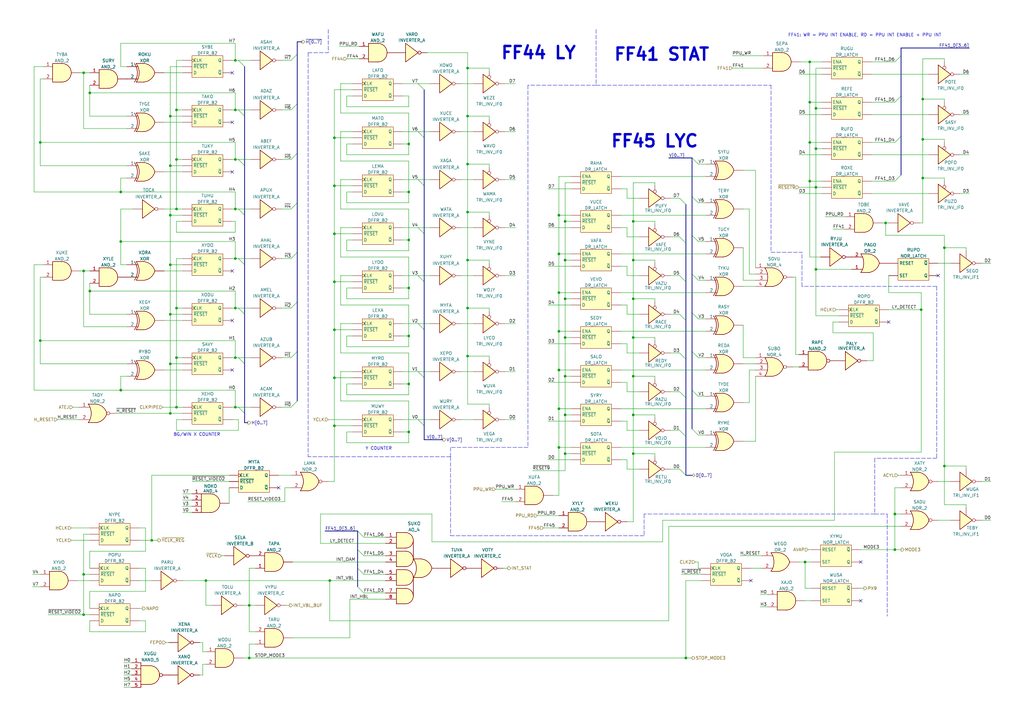
<source format=kicad_sch>
(kicad_sch (version 20211123) (generator eeschema)
  (paper "A3")
  (junction (at 330.2 230.505))
  (junction (at 102.235 269.875))
  (junction (at 259.715 186.055))
  (junction (at 84.455 238.125))
  (junction (at 167.64 157.48))
  (junction (at 229.235 151.765))
  (junction (at 49.53 99.06))
  (junction (at 387.35 101.6))
  (junction (at 34.29 235.585))
  (junction (at 334.645 76.835))
  (junction (at 49.53 78.74))
  (junction (at 191.77 86.995))
  (junction (at 378.46 57.15))
  (junction (at 69.85 47.625))
  (junction (at 96.52 85.725))
  (junction (at 69.85 149.225))
  (junction (at 96.52 65.405))
  (junction (at 34.29 252.095))
  (junction (at 332.105 41.91))
  (junction (at 137.16 154.94))
  (junction (at 96.52 106.045))
  (junction (at 96.52 167.005))
  (junction (at 363.22 91.44))
  (junction (at 229.235 88.265))
  (junction (at 96.52 146.685))
  (junction (at 62.23 221.615))
  (junction (at 69.85 128.905))
  (junction (at 72.39 85.725))
  (junction (at 72.39 45.085))
  (junction (at 69.85 67.945))
  (junction (at 72.39 126.365))
  (junction (at 231.775 106.68))
  (junction (at 191.77 126.365))
  (junction (at 378.46 73.025))
  (junction (at 34.29 29.845))
  (junction (at 69.85 88.265))
  (junction (at 96.52 126.365))
  (junction (at 229.235 120.015))
  (junction (at 387.35 191.135))
  (junction (at 191.77 106.68))
  (junction (at 231.775 170.18))
  (junction (at 191.77 67.31))
  (junction (at 167.64 137.795))
  (junction (at 137.16 95.885))
  (junction (at 96.52 45.085))
  (junction (at 137.16 135.255))
  (junction (at 281.305 269.875))
  (junction (at 69.85 169.545))
  (junction (at 378.46 40.64))
  (junction (at 367.03 225.425))
  (junction (at 259.715 170.18))
  (junction (at 191.77 47.625))
  (junction (at 259.715 90.805))
  (junction (at 72.39 65.405))
  (junction (at 231.775 138.43))
  (junction (at 191.77 27.94))
  (junction (at 137.16 115.57))
  (junction (at 259.715 154.305))
  (junction (at 231.775 90.805))
  (junction (at 49.53 160.02))
  (junction (at 229.235 167.64))
  (junction (at 229.235 104.14))
  (junction (at 34.29 111.125))
  (junction (at 135.255 238.125))
  (junction (at 332.105 58.42))
  (junction (at 167.64 98.425))
  (junction (at 259.715 138.43))
  (junction (at 36.83 38.1))
  (junction (at 259.715 122.555))
  (junction (at 167.64 177.165))
  (junction (at 102.235 248.285))
  (junction (at 191.77 146.05))
  (junction (at 137.16 174.625))
  (junction (at 229.235 183.515))
  (junction (at 332.105 74.295))
  (junction (at 36.83 119.38))
  (junction (at 377.825 127))
  (junction (at 167.64 118.11))
  (junction (at 16.51 139.7))
  (junction (at 231.775 122.555))
  (junction (at 231.775 186.055))
  (junction (at 69.85 108.585))
  (junction (at 16.51 58.42))
  (junction (at 334.645 60.96))
  (junction (at 334.645 110.49))
  (junction (at 231.775 154.305))
  (junction (at 167.64 78.74))
  (junction (at 229.235 135.89))
  (junction (at 259.715 106.68))
  (junction (at 72.39 146.685))
  (junction (at 96.52 24.765))
  (junction (at 137.16 56.515))
  (junction (at 334.645 44.45))
  (junction (at 137.16 76.2))
  (junction (at 367.03 210.82))
  (junction (at 167.64 59.055))
  (junction (at 72.39 167.005))
  (junction (at 332.105 25.4))
  (no_connect (at 384.81 113.03))
  (no_connect (at 307.975 238.125))
  (no_connect (at 114.3 200.025))
  (no_connect (at 353.06 246.38))
  (no_connect (at 353.06 230.505))
  (no_connect (at 95.25 151.765))
  (no_connect (at 95.25 111.125))
  (no_connect (at 95.25 131.445))
  (no_connect (at 364.49 132.08))
  (no_connect (at 95.25 29.845))
  (no_connect (at 95.25 50.165))
  (no_connect (at 95.25 70.485))
  (bus_entry (at 97.79 45.085) (size 2.54 2.54))
  (bus_entry (at 171.45 132.715) (size 2.54 2.54))
  (bus_entry (at 278.765 160.655) (size 2.54 2.54))
  (bus_entry (at 97.79 24.765) (size 2.54 2.54))
  (bus_entry (at 97.79 126.365) (size 2.54 2.54))
  (bus_entry (at 286.385 99.06) (size -2.54 -2.54))
  (bus_entry (at 286.385 146.685) (size -2.54 -2.54))
  (bus_entry (at 97.79 85.725) (size 2.54 2.54))
  (bus_entry (at 171.45 53.975) (size 2.54 2.54))
  (bus_entry (at 119.38 24.765) (size 2.54 -2.54))
  (bus_entry (at 171.45 113.03) (size 2.54 2.54))
  (bus_entry (at 97.79 106.045) (size 2.54 2.54))
  (bus_entry (at 367.03 41.91) (size 2.54 -2.54))
  (bus_entry (at 119.38 45.085) (size 2.54 -2.54))
  (bus_entry (at 278.765 128.905) (size 2.54 2.54))
  (bus_entry (at 149.225 227.965) (size -2.54 -2.54))
  (bus_entry (at 171.45 34.29) (size 2.54 2.54))
  (bus_entry (at 286.385 67.31) (size -2.54 -2.54))
  (bus_entry (at 119.38 65.405) (size 2.54 -2.54))
  (bus_entry (at 119.38 126.365) (size 2.54 -2.54))
  (bus_entry (at 171.45 73.66) (size 2.54 2.54))
  (bus_entry (at 367.03 58.42) (size 2.54 -2.54))
  (bus_entry (at 171.45 93.345) (size 2.54 2.54))
  (bus_entry (at 149.225 220.345) (size -2.54 -2.54))
  (bus_entry (at 119.38 167.005) (size 2.54 -2.54))
  (bus_entry (at 286.385 178.435) (size -2.54 -2.54))
  (bus_entry (at 286.385 130.81) (size -2.54 -2.54))
  (bus_entry (at 97.79 167.005) (size 2.54 2.54))
  (bus_entry (at 367.03 25.4) (size 2.54 -2.54))
  (bus_entry (at 119.38 146.685) (size 2.54 -2.54))
  (bus_entry (at 171.45 152.4) (size 2.54 2.54))
  (bus_entry (at 119.38 106.045) (size 2.54 -2.54))
  (bus_entry (at 278.765 176.53) (size 2.54 2.54))
  (bus_entry (at 278.765 113.03) (size 2.54 2.54))
  (bus_entry (at 149.225 235.585) (size -2.54 -2.54))
  (bus_entry (at 286.385 114.935) (size -2.54 -2.54))
  (bus_entry (at 119.38 85.725) (size 2.54 -2.54))
  (bus_entry (at 149.225 243.205) (size -2.54 -2.54))
  (bus_entry (at 278.765 144.78) (size 2.54 2.54))
  (bus_entry (at 171.45 172.085) (size 2.54 2.54))
  (bus_entry (at 286.385 162.56) (size -2.54 -2.54))
  (bus_entry (at 278.765 97.155) (size 2.54 2.54))
  (bus_entry (at 367.03 74.295) (size 2.54 -2.54))
  (bus_entry (at 278.765 192.405) (size 2.54 2.54))
  (bus_entry (at 97.79 65.405) (size 2.54 2.54))
  (bus_entry (at 286.385 83.185) (size -2.54 -2.54))
  (bus_entry (at 97.79 146.685) (size 2.54 2.54))
  (bus_entry (at 278.765 81.28) (size 2.54 2.54))
  (wire (pts (xy 69.85 88.265) (xy 69.85 108.585)))
  (wire (pts (xy 95.25 146.685) (xy 96.52 146.685)))
  (wire (pts (xy 286.385 162.56) (xy 289.56 162.56)))
  (polyline (pts (xy 264.16 210.82) (xy 264.16 219.71)))
  (wire (pts (xy 62.23 194.945) (xy 62.23 221.615)))
  (wire (pts (xy 49.53 108.585) (xy 52.07 108.585)))
  (wire (pts (xy 257.175 144.78) (xy 262.255 144.78)))
  (wire (pts (xy 36.83 249.555) (xy 36.83 242.57)))
  (wire (pts (xy 96.52 78.74) (xy 96.52 85.725)))
  (wire (pts (xy 167.64 39.37) (xy 165.1 39.37)))
  (wire (pts (xy 137.16 95.885) (xy 137.16 115.57)))
  (wire (pts (xy 369.57 210.82) (xy 367.03 210.82)))
  (bus (pts (xy 281.305 83.82) (xy 281.305 99.695)))
  (wire (pts (xy 59.69 254.635) (xy 59.69 259.08)))
  (wire (pts (xy 191.77 146.05) (xy 191.77 165.735)))
  (wire (pts (xy 286.385 233.045) (xy 287.655 233.045)))
  (wire (pts (xy 78.74 197.485) (xy 93.98 197.485)))
  (wire (pts (xy 191.77 67.31) (xy 191.77 86.995)))
  (wire (pts (xy 334.645 27.94) (xy 334.645 44.45)))
  (wire (pts (xy 377.825 120.015) (xy 377.825 127)))
  (wire (pts (xy 189.23 113.03) (xy 194.31 113.03)))
  (wire (pts (xy 16.51 149.225) (xy 52.07 149.225)))
  (wire (pts (xy 189.23 53.975) (xy 194.31 53.975)))
  (bus (pts (xy 283.845 112.395) (xy 283.845 128.27)))
  (wire (pts (xy 167.64 59.055) (xy 165.1 59.055)))
  (wire (pts (xy 16.51 32.385) (xy 17.78 32.385)))
  (bus (pts (xy 146.685 240.665) (xy 146.685 233.045)))
  (wire (pts (xy 229.235 183.515) (xy 234.315 183.515)))
  (wire (pts (xy 286.385 230.505) (xy 286.385 233.045)))
  (wire (pts (xy 387.35 101.6) (xy 387.35 191.135)))
  (wire (pts (xy 257.175 140.97) (xy 254.635 140.97)))
  (wire (pts (xy 268.605 154.305) (xy 268.605 155.575)))
  (wire (pts (xy 268.605 186.055) (xy 268.605 187.325)))
  (wire (pts (xy 90.805 227.965) (xy 92.075 227.965)))
  (wire (pts (xy 142.24 98.425) (xy 142.24 102.87)))
  (wire (pts (xy 139.7 113.03) (xy 139.7 125.095)))
  (wire (pts (xy 81.915 276.86) (xy 83.185 276.86)))
  (wire (pts (xy 259.715 122.555) (xy 268.605 122.555)))
  (wire (pts (xy 13.97 160.02) (xy 13.97 108.585)))
  (wire (pts (xy 50.8 271.78) (xy 53.975 271.78)))
  (wire (pts (xy 144.78 93.345) (xy 139.7 93.345)))
  (wire (pts (xy 363.22 91.44) (xy 361.95 91.44)))
  (wire (pts (xy 357.505 30.48) (xy 381 30.48)))
  (wire (pts (xy 342.9 127) (xy 344.17 127)))
  (wire (pts (xy 49.53 85.725) (xy 49.53 99.06)))
  (wire (pts (xy 364.49 91.44) (xy 363.22 91.44)))
  (wire (pts (xy 327.66 79.375) (xy 337.185 79.375)))
  (wire (pts (xy 16.51 139.7) (xy 16.51 113.665)))
  (bus (pts (xy 181.61 180.34) (xy 173.99 180.34)))
  (wire (pts (xy 167.64 164.465) (xy 167.64 177.165)))
  (wire (pts (xy 191.77 165.735) (xy 200.66 165.735)))
  (bus (pts (xy 173.99 135.255) (xy 173.99 115.57)))
  (wire (pts (xy 367.03 210.82) (xy 367.03 225.425)))
  (wire (pts (xy 200.66 29.21) (xy 200.66 27.94)))
  (wire (pts (xy 191.77 21.59) (xy 191.77 27.94)))
  (wire (pts (xy 327.66 30.48) (xy 337.185 30.48)))
  (wire (pts (xy 72.39 45.085) (xy 72.39 65.405)))
  (wire (pts (xy 200.66 88.265) (xy 200.66 86.995)))
  (wire (pts (xy 29.21 221.615) (xy 36.83 221.615)))
  (wire (pts (xy 229.235 151.765) (xy 234.315 151.765)))
  (wire (pts (xy 364.49 113.03) (xy 364.49 120.015)))
  (wire (pts (xy 93.98 200.025) (xy 93.98 206.375)))
  (wire (pts (xy 300.355 27.94) (xy 313.055 27.94)))
  (wire (pts (xy 72.39 172.085) (xy 72.39 176.53)))
  (wire (pts (xy 69.85 149.225) (xy 74.93 149.225)))
  (wire (pts (xy 271.78 222.25) (xy 177.165 222.25)))
  (wire (pts (xy 191.77 27.94) (xy 191.77 47.625)))
  (wire (pts (xy 257.175 188.595) (xy 254.635 188.595)))
  (wire (pts (xy 396.24 101.6) (xy 396.24 102.87)))
  (wire (pts (xy 229.235 88.265) (xy 229.235 104.14)))
  (wire (pts (xy 49.53 99.06) (xy 49.53 108.585)))
  (bus (pts (xy 121.92 17.145) (xy 123.825 17.145)))
  (wire (pts (xy 74.93 210.185) (xy 78.74 210.185)))
  (wire (pts (xy 231.775 122.555) (xy 231.775 138.43)))
  (wire (pts (xy 387.35 191.135) (xy 396.24 191.135)))
  (wire (pts (xy 137.16 135.255) (xy 137.16 154.94)))
  (wire (pts (xy 102.235 264.16) (xy 102.235 269.875)))
  (wire (pts (xy 330.2 246.38) (xy 332.74 246.38)))
  (wire (pts (xy 72.39 45.085) (xy 74.93 45.085)))
  (wire (pts (xy 191.77 47.625) (xy 191.77 67.31)))
  (wire (pts (xy 167.64 66.04) (xy 167.64 78.74)))
  (bus (pts (xy 100.33 169.545) (xy 100.33 149.225)))
  (wire (pts (xy 167.64 63.5) (xy 167.64 59.055)))
  (wire (pts (xy 257.175 97.155) (xy 262.255 97.155)))
  (wire (pts (xy 259.715 170.18) (xy 259.715 186.055)))
  (wire (pts (xy 144.78 98.425) (xy 142.24 98.425)))
  (wire (pts (xy 208.28 233.045) (xy 206.375 233.045)))
  (wire (pts (xy 139.7 34.29) (xy 144.78 34.29)))
  (wire (pts (xy 69.85 27.305) (xy 74.93 27.305)))
  (wire (pts (xy 67.31 50.165) (xy 74.93 50.165)))
  (wire (pts (xy 16.51 58.42) (xy 96.52 58.42)))
  (wire (pts (xy 257.175 156.845) (xy 254.635 156.845)))
  (bus (pts (xy 369.57 39.37) (xy 369.57 22.86)))
  (wire (pts (xy 286.385 83.185) (xy 289.56 83.185)))
  (wire (pts (xy 72.39 106.045) (xy 74.93 106.045)))
  (wire (pts (xy 59.69 259.08) (xy 36.83 259.08)))
  (wire (pts (xy 59.69 233.045) (xy 57.15 233.045)))
  (wire (pts (xy 67.31 131.445) (xy 74.93 131.445)))
  (wire (pts (xy 328.295 25.4) (xy 332.105 25.4)))
  (wire (pts (xy 332.105 58.42) (xy 332.105 74.295)))
  (wire (pts (xy 95.25 45.085) (xy 96.52 45.085)))
  (wire (pts (xy 72.39 176.53) (xy 97.79 176.53)))
  (wire (pts (xy 72.39 126.365) (xy 72.39 146.685)))
  (wire (pts (xy 367.03 210.82) (xy 367.03 200.025)))
  (wire (pts (xy 231.775 90.805) (xy 231.775 106.68)))
  (wire (pts (xy 95.25 126.365) (xy 96.52 126.365)))
  (wire (pts (xy 99.695 269.875) (xy 102.235 269.875)))
  (wire (pts (xy 353.06 225.425) (xy 367.03 225.425)))
  (bus (pts (xy 146.685 233.045) (xy 146.685 225.425)))
  (wire (pts (xy 69.85 27.305) (xy 69.85 47.625)))
  (wire (pts (xy 231.775 154.305) (xy 231.775 170.18)))
  (wire (pts (xy 83.185 276.86) (xy 83.185 272.415)))
  (wire (pts (xy 307.34 165.1) (xy 307.34 151.765)))
  (wire (pts (xy 303.53 227.965) (xy 312.42 227.965)))
  (wire (pts (xy 74.93 205.105) (xy 78.74 205.105)))
  (wire (pts (xy 36.83 29.845) (xy 34.29 29.845)))
  (wire (pts (xy 285.115 230.505) (xy 286.385 230.505)))
  (wire (pts (xy 139.7 53.975) (xy 144.78 53.975)))
  (wire (pts (xy 357.505 74.295) (xy 367.03 74.295)))
  (wire (pts (xy 259.715 186.055) (xy 268.605 186.055)))
  (wire (pts (xy 67.31 151.765) (xy 74.93 151.765)))
  (wire (pts (xy 96.52 99.06) (xy 96.52 106.045)))
  (wire (pts (xy 142.24 63.5) (xy 167.64 63.5)))
  (wire (pts (xy 332.105 25.4) (xy 337.185 25.4)))
  (wire (pts (xy 139.7 73.66) (xy 139.7 85.725)))
  (wire (pts (xy 334.645 60.96) (xy 334.645 76.835)))
  (wire (pts (xy 142.24 122.555) (xy 167.64 122.555)))
  (wire (pts (xy 143.51 245.745) (xy 143.51 261.62)))
  (wire (pts (xy 231.775 138.43) (xy 231.775 154.305)))
  (wire (pts (xy 231.775 170.18) (xy 234.315 170.18)))
  (wire (pts (xy 257.175 113.03) (xy 257.175 109.22)))
  (wire (pts (xy 304.8 117.475) (xy 309.88 117.475)))
  (wire (pts (xy 326.39 145.415) (xy 327.66 145.415)))
  (wire (pts (xy 309.88 109.855) (xy 309.88 69.85)))
  (wire (pts (xy 330.2 230.505) (xy 327.66 230.505)))
  (wire (pts (xy 96.52 119.38) (xy 96.52 126.365)))
  (wire (pts (xy 357.505 58.42) (xy 367.03 58.42)))
  (wire (pts (xy 69.85 128.905) (xy 74.93 128.905)))
  (wire (pts (xy 231.775 106.68) (xy 234.315 106.68)))
  (wire (pts (xy 31.75 238.125) (xy 36.83 238.125)))
  (wire (pts (xy 143.51 245.745) (xy 158.115 245.745)))
  (wire (pts (xy 139.7 53.975) (xy 139.7 66.04)))
  (wire (pts (xy 259.715 74.93) (xy 268.605 74.93)))
  (wire (pts (xy 165.1 172.085) (xy 171.45 172.085)))
  (wire (pts (xy 142.24 137.795) (xy 142.24 142.24)))
  (wire (pts (xy 95.25 167.005) (xy 96.52 167.005)))
  (bus (pts (xy 121.92 22.225) (xy 121.92 42.545)))
  (wire (pts (xy 69.85 169.545) (xy 74.93 169.545)))
  (wire (pts (xy 142.24 59.055) (xy 142.24 63.5)))
  (bus (pts (xy 369.57 22.86) (xy 369.57 19.685)))
  (wire (pts (xy 137.16 56.515) (xy 137.16 76.2)))
  (bus (pts (xy 100.33 108.585) (xy 100.33 88.265)))
  (wire (pts (xy 96.52 24.765) (xy 97.79 24.765)))
  (wire (pts (xy 137.16 95.885) (xy 144.78 95.885)))
  (wire (pts (xy 139.7 152.4) (xy 144.78 152.4)))
  (wire (pts (xy 231.775 122.555) (xy 234.315 122.555)))
  (wire (pts (xy 58.42 249.555) (xy 57.15 249.555)))
  (wire (pts (xy 224.79 125.095) (xy 234.315 125.095)))
  (bus (pts (xy 100.33 169.545) (xy 100.33 173.355)))
  (wire (pts (xy 69.85 149.225) (xy 69.85 169.545)))
  (wire (pts (xy 139.065 19.05) (xy 147.32 19.05)))
  (wire (pts (xy 29.845 167.005) (xy 32.385 167.005)))
  (wire (pts (xy 167.64 137.795) (xy 165.1 137.795)))
  (wire (pts (xy 229.235 167.64) (xy 234.315 167.64)))
  (wire (pts (xy 268.605 74.93) (xy 268.605 76.2)))
  (wire (pts (xy 257.175 113.03) (xy 262.255 113.03)))
  (wire (pts (xy 387.35 24.13) (xy 387.35 25.4)))
  (wire (pts (xy 363.22 91.44) (xy 363.22 96.52)))
  (wire (pts (xy 167.64 102.87) (xy 167.64 98.425)))
  (wire (pts (xy 229.235 88.265) (xy 234.315 88.265)))
  (wire (pts (xy 231.775 154.305) (xy 234.315 154.305)))
  (bus (pts (xy 173.99 180.34) (xy 173.99 174.625)))
  (wire (pts (xy 97.79 126.365) (xy 102.87 126.365)))
  (wire (pts (xy 286.385 130.81) (xy 289.56 130.81)))
  (wire (pts (xy 57.15 221.615) (xy 62.23 221.615)))
  (wire (pts (xy 137.16 154.94) (xy 137.16 174.625)))
  (wire (pts (xy 167.64 144.78) (xy 167.64 157.48)))
  (wire (pts (xy 304.8 165.1) (xy 307.34 165.1)))
  (wire (pts (xy 67.31 70.485) (xy 74.93 70.485)))
  (wire (pts (xy 13.97 160.02) (xy 49.53 160.02)))
  (wire (pts (xy 171.45 113.03) (xy 176.53 113.03)))
  (wire (pts (xy 165.1 73.66) (xy 171.45 73.66)))
  (wire (pts (xy 137.16 36.83) (xy 137.16 56.515)))
  (wire (pts (xy 304.8 114.935) (xy 304.8 101.6)))
  (wire (pts (xy 69.85 67.945) (xy 74.93 67.945)))
  (wire (pts (xy 286.385 67.31) (xy 289.56 67.31)))
  (wire (pts (xy 96.52 38.1) (xy 96.52 45.085)))
  (wire (pts (xy 34.29 111.125) (xy 34.29 133.985)))
  (wire (pts (xy 304.8 146.685) (xy 304.8 133.35)))
  (wire (pts (xy 367.03 200.025) (xy 369.57 200.025)))
  (wire (pts (xy 200.66 107.95) (xy 200.66 106.68)))
  (wire (pts (xy 72.39 126.365) (xy 74.93 126.365)))
  (wire (pts (xy 259.715 213.995) (xy 259.715 186.055)))
  (bus (pts (xy 281.305 99.695) (xy 281.305 115.57)))
  (wire (pts (xy 13.97 78.74) (xy 49.53 78.74)))
  (wire (pts (xy 205.74 205.74) (xy 211.455 205.74)))
  (wire (pts (xy 102.235 248.285) (xy 102.235 259.08)))
  (wire (pts (xy 257.175 128.905) (xy 257.175 125.095)))
  (wire (pts (xy 67.31 85.725) (xy 72.39 85.725)))
  (bus (pts (xy 100.33 67.945) (xy 100.33 47.625)))
  (polyline (pts (xy 384.175 117.475) (xy 328.93 117.475)))
  (wire (pts (xy 311.785 248.92) (xy 314.96 248.92)))
  (wire (pts (xy 229.235 203.2) (xy 229.235 183.515)))
  (wire (pts (xy 139.7 93.345) (xy 139.7 105.41)))
  (wire (pts (xy 332.105 105.41) (xy 336.55 105.41)))
  (wire (pts (xy 189.23 34.29) (xy 194.31 34.29)))
  (polyline (pts (xy 363.855 210.82) (xy 363.855 252.73)))
  (wire (pts (xy 311.785 243.84) (xy 314.96 243.84)))
  (wire (pts (xy 268.605 106.68) (xy 268.605 107.95)))
  (wire (pts (xy 74.93 202.565) (xy 78.74 202.565)))
  (wire (pts (xy 334.645 27.94) (xy 337.185 27.94)))
  (wire (pts (xy 300.355 22.86) (xy 313.055 22.86)))
  (wire (pts (xy 167.64 83.185) (xy 167.64 78.74)))
  (wire (pts (xy 115.57 126.365) (xy 119.38 126.365)))
  (wire (pts (xy 34.29 52.705) (xy 52.07 52.705)))
  (wire (pts (xy 120.015 261.62) (xy 143.51 261.62)))
  (wire (pts (xy 84.455 248.285) (xy 86.995 248.285)))
  (wire (pts (xy 257.175 192.405) (xy 262.255 192.405)))
  (wire (pts (xy 50.8 279.4) (xy 53.975 279.4)))
  (wire (pts (xy 334.645 44.45) (xy 334.645 60.96)))
  (wire (pts (xy 144.78 157.48) (xy 142.24 157.48)))
  (wire (pts (xy 229.235 120.015) (xy 234.315 120.015)))
  (wire (pts (xy 387.35 57.15) (xy 387.35 58.42)))
  (wire (pts (xy 200.66 147.32) (xy 200.66 146.05)))
  (wire (pts (xy 207.01 172.085) (xy 211.455 172.085)))
  (polyline (pts (xy 316.23 34.925) (xy 316.23 103.505)))
  (wire (pts (xy 137.16 154.94) (xy 144.78 154.94)))
  (wire (pts (xy 50.8 281.94) (xy 53.975 281.94)))
  (bus (pts (xy 281.305 131.445) (xy 281.305 147.32)))
  (wire (pts (xy 200.66 167.005) (xy 200.66 165.735)))
  (wire (pts (xy 307.34 85.725) (xy 307.34 112.395)))
  (wire (pts (xy 16.51 58.42) (xy 16.51 67.945)))
  (wire (pts (xy 177.165 222.25) (xy 177.165 210.82)))
  (wire (pts (xy 254.635 104.14) (xy 289.56 104.14)))
  (bus (pts (xy 121.92 62.865) (xy 121.92 83.185)))
  (wire (pts (xy 332.105 58.42) (xy 337.185 58.42)))
  (wire (pts (xy 115.57 167.005) (xy 119.38 167.005)))
  (wire (pts (xy 231.775 74.93) (xy 234.315 74.93)))
  (wire (pts (xy 384.81 197.485) (xy 389.89 197.485)))
  (wire (pts (xy 229.235 135.89) (xy 234.315 135.89)))
  (wire (pts (xy 229.235 151.765) (xy 229.235 167.64)))
  (wire (pts (xy 189.23 93.345) (xy 194.31 93.345)))
  (wire (pts (xy 36.83 38.1) (xy 36.83 34.925)))
  (wire (pts (xy 207.01 113.03) (xy 211.455 113.03)))
  (wire (pts (xy 74.93 65.405) (xy 72.39 65.405)))
  (wire (pts (xy 167.64 46.355) (xy 167.64 59.055)))
  (wire (pts (xy 13.97 27.305) (xy 17.78 27.305)))
  (wire (pts (xy 332.105 25.4) (xy 332.105 41.91)))
  (wire (pts (xy 114.3 194.945) (xy 119.38 194.945)))
  (wire (pts (xy 304.8 146.685) (xy 309.88 146.685)))
  (wire (pts (xy 378.46 73.025) (xy 378.46 91.44)))
  (wire (pts (xy 16.51 67.945) (xy 52.07 67.945)))
  (wire (pts (xy 142.24 24.13) (xy 147.32 24.13)))
  (wire (pts (xy 72.39 167.005) (xy 74.93 167.005)))
  (bus (pts (xy 283.845 128.27) (xy 283.845 144.145)))
  (wire (pts (xy 224.79 188.595) (xy 234.315 188.595)))
  (wire (pts (xy 229.235 167.64) (xy 229.235 183.515)))
  (wire (pts (xy 274.32 215.9) (xy 274.32 254.635)))
  (wire (pts (xy 402.59 213.36) (xy 406.4 213.36)))
  (wire (pts (xy 334.645 110.49) (xy 349.25 110.49)))
  (wire (pts (xy 115.57 45.085) (xy 119.38 45.085)))
  (bus (pts (xy 100.33 173.355) (xy 101.6 173.355)))
  (bus (pts (xy 283.845 160.02) (xy 283.845 175.895)))
  (wire (pts (xy 220.345 211.455) (xy 229.235 211.455)))
  (wire (pts (xy 33.02 29.845) (xy 34.29 29.845)))
  (wire (pts (xy 66.675 167.005) (xy 72.39 167.005)))
  (wire (pts (xy 203.2 200.66) (xy 211.455 200.66)))
  (wire (pts (xy 254.635 72.39) (xy 289.56 72.39)))
  (wire (pts (xy 334.645 76.835) (xy 337.185 76.835)))
  (wire (pts (xy 97.79 45.085) (xy 102.87 45.085)))
  (wire (pts (xy 83.185 263.525) (xy 83.185 267.335)))
  (wire (pts (xy 200.66 48.895) (xy 200.66 47.625)))
  (wire (pts (xy 142.24 43.815) (xy 167.64 43.815)))
  (wire (pts (xy 96.52 95.25) (xy 96.52 90.805)))
  (wire (pts (xy 144.78 39.37) (xy 142.24 39.37)))
  (wire (pts (xy 369.57 215.9) (xy 274.32 215.9)))
  (wire (pts (xy 101.6 205.74) (xy 116.84 205.74)))
  (wire (pts (xy 171.45 132.715) (xy 176.53 132.715)))
  (wire (pts (xy 259.715 106.68) (xy 259.715 90.805)))
  (wire (pts (xy 49.53 17.78) (xy 96.52 17.78)))
  (wire (pts (xy 83.185 272.415) (xy 84.455 272.415)))
  (wire (pts (xy 304.8 149.225) (xy 309.88 149.225)))
  (wire (pts (xy 74.93 172.085) (xy 72.39 172.085)))
  (bus (pts (xy 369.57 71.755) (xy 369.57 55.88)))
  (wire (pts (xy 95.25 65.405) (xy 96.52 65.405)))
  (wire (pts (xy 307.34 112.395) (xy 309.88 112.395)))
  (wire (pts (xy 142.24 118.11) (xy 142.24 122.555)))
  (wire (pts (xy 34.29 133.985) (xy 52.07 133.985)))
  (wire (pts (xy 274.955 176.53) (xy 278.765 176.53)))
  (wire (pts (xy 396.24 191.135) (xy 396.24 192.405)))
  (wire (pts (xy 115.57 65.405) (xy 119.38 65.405)))
  (wire (pts (xy 115.57 85.725) (xy 119.38 85.725)))
  (bus (pts (xy 173.99 56.515) (xy 173.99 36.83)))
  (wire (pts (xy 344.17 129.54) (xy 334.645 129.54)))
  (wire (pts (xy 222.885 216.535) (xy 229.235 216.535)))
  (wire (pts (xy 257.175 144.78) (xy 257.175 140.97)))
  (bus (pts (xy 173.99 76.2) (xy 173.99 56.515)))
  (bus (pts (xy 369.57 55.88) (xy 369.57 39.37)))
  (wire (pts (xy 341.63 93.98) (xy 346.71 93.98)))
  (wire (pts (xy 357.505 79.375) (xy 381 79.375)))
  (wire (pts (xy 259.715 170.18) (xy 259.715 154.305)))
  (wire (pts (xy 387.35 207.01) (xy 396.24 207.01)))
  (wire (pts (xy 259.715 74.93) (xy 259.715 90.805)))
  (wire (pts (xy 118.745 248.285) (xy 117.475 248.285)))
  (polyline (pts (xy 363.22 118.11) (xy 363.22 118.11)))
  (wire (pts (xy 363.22 96.52) (xy 387.35 96.52)))
  (wire (pts (xy 257.175 81.28) (xy 262.255 81.28)))
  (wire (pts (xy 326.39 113.665) (xy 325.12 113.665)))
  (polyline (pts (xy 488.315 313.055) (xy 674.37 313.055)))
  (polyline (pts (xy 126.365 21.59) (xy 134.62 21.59)))
  (wire (pts (xy 137.16 76.2) (xy 144.78 76.2)))
  (wire (pts (xy 96.52 58.42) (xy 96.52 65.405)))
  (wire (pts (xy 378.46 40.64) (xy 387.35 40.64)))
  (polyline (pts (xy 328.93 117.475) (xy 328.93 103.505)))
  (wire (pts (xy 165.1 132.715) (xy 171.45 132.715)))
  (wire (pts (xy 134.62 197.485) (xy 137.16 197.485)))
  (wire (pts (xy 387.35 40.64) (xy 387.35 41.91)))
  (wire (pts (xy 137.16 174.625) (xy 137.16 197.485)))
  (wire (pts (xy 200.66 86.995) (xy 191.77 86.995)))
  (wire (pts (xy 69.85 108.585) (xy 69.85 128.905)))
  (wire (pts (xy 259.715 122.555) (xy 259.715 106.68)))
  (wire (pts (xy 332.105 74.295) (xy 332.105 105.41)))
  (wire (pts (xy 36.83 233.045) (xy 36.83 226.06)))
  (wire (pts (xy 72.39 90.805) (xy 74.93 90.805)))
  (wire (pts (xy 377.825 185.42) (xy 342.265 185.42)))
  (wire (pts (xy 378.46 57.15) (xy 387.35 57.15)))
  (wire (pts (xy 393.7 46.99) (xy 397.51 46.99)))
  (wire (pts (xy 171.45 34.29) (xy 176.53 34.29)))
  (wire (pts (xy 393.7 63.5) (xy 397.51 63.5)))
  (wire (pts (xy 102.235 233.045) (xy 102.235 248.285)))
  (wire (pts (xy 393.7 79.375) (xy 397.51 79.375)))
  (wire (pts (xy 67.31 111.125) (xy 74.93 111.125)))
  (wire (pts (xy 36.83 119.38) (xy 36.83 128.905)))
  (wire (pts (xy 189.23 132.715) (xy 194.31 132.715)))
  (wire (pts (xy 34.29 235.585) (xy 34.29 252.095)))
  (wire (pts (xy 189.23 152.4) (xy 194.31 152.4)))
  (wire (pts (xy 131.445 222.885) (xy 158.115 222.885)))
  (wire (pts (xy 257.175 213.995) (xy 259.715 213.995)))
  (wire (pts (xy 158.115 220.345) (xy 149.225 220.345)))
  (wire (pts (xy 367.03 225.425) (xy 369.57 225.425)))
  (wire (pts (xy 364.49 120.015) (xy 377.825 120.015)))
  (bus (pts (xy 281.305 179.07) (xy 281.305 194.945)))
  (bus (pts (xy 100.33 47.625) (xy 100.33 27.305)))
  (wire (pts (xy 131.445 210.82) (xy 131.445 222.885)))
  (wire (pts (xy 268.605 90.805) (xy 268.605 92.075)))
  (wire (pts (xy 69.85 47.625) (xy 69.85 67.945)))
  (wire (pts (xy 231.775 106.68) (xy 231.775 122.555)))
  (wire (pts (xy 254.635 120.015) (xy 289.56 120.015)))
  (wire (pts (xy 231.775 74.93) (xy 231.775 90.805)))
  (wire (pts (xy 226.695 203.2) (xy 229.235 203.2)))
  (wire (pts (xy 171.45 152.4) (xy 176.53 152.4)))
  (wire (pts (xy 36.83 119.38) (xy 96.52 119.38)))
  (bus (pts (xy 281.305 194.945) (xy 283.845 194.945)))
  (wire (pts (xy 95.25 106.045) (xy 96.52 106.045)))
  (wire (pts (xy 304.8 85.725) (xy 307.34 85.725)))
  (bus (pts (xy 100.33 149.225) (xy 100.33 128.905)))
  (bus (pts (xy 274.32 64.77) (xy 283.845 64.77)))
  (wire (pts (xy 274.955 128.905) (xy 278.765 128.905)))
  (wire (pts (xy 387.35 101.6) (xy 387.35 96.52)))
  (wire (pts (xy 96.52 106.045) (xy 97.79 106.045)))
  (wire (pts (xy 357.505 41.91) (xy 367.03 41.91)))
  (polyline (pts (xy 358.775 187.96) (xy 358.775 210.82)))
  (wire (pts (xy 286.385 99.06) (xy 289.56 99.06)))
  (wire (pts (xy 139.7 125.095) (xy 167.64 125.095)))
  (bus (pts (xy 146.685 225.425) (xy 146.685 217.805)))
  (wire (pts (xy 13.97 78.74) (xy 13.97 27.305)))
  (wire (pts (xy 97.79 24.765) (xy 102.87 24.765)))
  (wire (pts (xy 231.775 138.43) (xy 234.315 138.43)))
  (wire (pts (xy 36.83 235.585) (xy 34.29 235.585)))
  (bus (pts (xy 121.92 123.825) (xy 121.92 144.145)))
  (wire (pts (xy 95.25 24.765) (xy 96.52 24.765)))
  (wire (pts (xy 49.53 160.02) (xy 96.52 160.02)))
  (wire (pts (xy 200.66 126.365) (xy 191.77 126.365)))
  (wire (pts (xy 139.7 132.715) (xy 144.78 132.715)))
  (wire (pts (xy 207.01 73.66) (xy 211.455 73.66)))
  (wire (pts (xy 189.23 172.085) (xy 194.31 172.085)))
  (wire (pts (xy 135.255 238.125) (xy 158.115 238.125)))
  (wire (pts (xy 144.78 78.74) (xy 142.24 78.74)))
  (bus (pts (xy 121.92 83.185) (xy 121.92 103.505)))
  (wire (pts (xy 218.44 193.04) (xy 231.775 193.04)))
  (wire (pts (xy 259.715 138.43) (xy 259.715 122.555)))
  (wire (pts (xy 142.24 39.37) (xy 142.24 43.815)))
  (wire (pts (xy 257.175 176.53) (xy 257.175 172.72)))
  (wire (pts (xy 229.235 120.015) (xy 229.235 135.89)))
  (wire (pts (xy 332.74 230.505) (xy 330.2 230.505)))
  (wire (pts (xy 377.825 127) (xy 377.825 185.42)))
  (polyline (pts (xy 184.785 187.325) (xy 184.785 219.71)))
  (polyline (pts (xy 216.535 34.925) (xy 216.535 183.515)))
  (wire (pts (xy 102.235 269.875) (xy 281.305 269.875)))
  (wire (pts (xy 165.1 34.29) (xy 171.45 34.29)))
  (wire (pts (xy 259.715 154.305) (xy 268.605 154.305)))
  (wire (pts (xy 396.24 207.01) (xy 396.24 208.28)))
  (wire (pts (xy 358.14 147.955) (xy 355.6 147.955)))
  (wire (pts (xy 34.29 219.075) (xy 36.83 219.075)))
  (wire (pts (xy 334.645 60.96) (xy 337.185 60.96)))
  (wire (pts (xy 378.46 40.64) (xy 378.46 57.15)))
  (wire (pts (xy 59.69 226.06) (xy 59.69 216.535)))
  (bus (pts (xy 121.92 103.505) (xy 121.92 123.825)))
  (wire (pts (xy 364.49 127) (xy 377.825 127)))
  (wire (pts (xy 36.83 38.1) (xy 36.83 47.625)))
  (wire (pts (xy 334.645 44.45) (xy 337.185 44.45)))
  (wire (pts (xy 327.66 76.835) (xy 334.645 76.835)))
  (wire (pts (xy 171.45 93.345) (xy 176.53 93.345)))
  (wire (pts (xy 281.305 269.875) (xy 283.845 269.875)))
  (wire (pts (xy 72.39 24.765) (xy 72.39 45.085)))
  (wire (pts (xy 259.715 154.305) (xy 259.715 138.43)))
  (wire (pts (xy 115.57 24.765) (xy 119.38 24.765)))
  (wire (pts (xy 104.775 264.16) (xy 102.235 264.16)))
  (wire (pts (xy 158.115 227.965) (xy 149.225 227.965)))
  (wire (pts (xy 207.01 93.345) (xy 211.455 93.345)))
  (wire (pts (xy 171.45 73.66) (xy 176.53 73.66)))
  (wire (pts (xy 257.175 125.095) (xy 254.635 125.095)))
  (wire (pts (xy 254.635 167.64) (xy 289.56 167.64)))
  (bus (pts (xy 121.92 42.545) (xy 121.92 62.865)))
  (wire (pts (xy 254.635 151.765) (xy 289.56 151.765)))
  (wire (pts (xy 102.235 233.045) (xy 104.775 233.045)))
  (wire (pts (xy 142.24 102.87) (xy 167.64 102.87)))
  (wire (pts (xy 167.64 43.815) (xy 167.64 39.37)))
  (wire (pts (xy 257.175 109.22) (xy 254.635 109.22)))
  (wire (pts (xy 357.505 25.4) (xy 367.03 25.4)))
  (wire (pts (xy 200.66 106.68) (xy 191.77 106.68)))
  (wire (pts (xy 229.235 135.89) (xy 229.235 151.765)))
  (wire (pts (xy 342.265 185.42) (xy 342.265 213.36)))
  (wire (pts (xy 137.16 56.515) (xy 144.78 56.515)))
  (wire (pts (xy 330.2 241.3) (xy 330.2 230.505)))
  (bus (pts (xy 100.33 128.905) (xy 100.33 108.585)))
  (wire (pts (xy 167.64 125.095) (xy 167.64 137.795)))
  (wire (pts (xy 200.66 127.635) (xy 200.66 126.365)))
  (wire (pts (xy 207.01 34.29) (xy 211.455 34.29)))
  (wire (pts (xy 72.39 24.765) (xy 74.93 24.765)))
  (wire (pts (xy 67.31 29.845) (xy 74.93 29.845)))
  (wire (pts (xy 69.85 108.585) (xy 74.93 108.585)))
  (wire (pts (xy 259.715 170.18) (xy 268.605 170.18)))
  (wire (pts (xy 72.39 146.685) (xy 74.93 146.685)))
  (wire (pts (xy 200.66 27.94) (xy 191.77 27.94)))
  (wire (pts (xy 200.66 146.05) (xy 191.77 146.05)))
  (wire (pts (xy 325.12 150.495) (xy 327.66 150.495)))
  (wire (pts (xy 224.79 93.345) (xy 234.315 93.345)))
  (wire (pts (xy 378.46 24.13) (xy 387.35 24.13)))
  (wire (pts (xy 167.64 78.74) (xy 165.1 78.74)))
  (wire (pts (xy 200.66 67.31) (xy 191.77 67.31)))
  (wire (pts (xy 142.24 83.185) (xy 167.64 83.185)))
  (wire (pts (xy 96.52 167.005) (xy 96.52 160.02)))
  (bus (pts (xy 283.845 80.645) (xy 283.845 96.52)))
  (wire (pts (xy 97.79 106.045) (xy 102.87 106.045)))
  (bus (pts (xy 281.305 163.195) (xy 281.305 179.07)))
  (wire (pts (xy 144.78 177.165) (xy 142.24 177.165)))
  (wire (pts (xy 384.81 107.95) (xy 389.89 107.95)))
  (wire (pts (xy 259.715 106.68) (xy 268.605 106.68)))
  (bus (pts (xy 121.92 144.145) (xy 121.92 164.465)))
  (wire (pts (xy 97.79 146.685) (xy 102.87 146.685)))
  (wire (pts (xy 387.35 191.135) (xy 387.35 207.01)))
  (wire (pts (xy 36.83 111.125) (xy 34.29 111.125)))
  (wire (pts (xy 142.24 161.925) (xy 167.64 161.925)))
  (wire (pts (xy 268.605 170.18) (xy 268.605 171.45)))
  (wire (pts (xy 102.235 259.08) (xy 104.775 259.08)))
  (wire (pts (xy 165.1 93.345) (xy 171.45 93.345)))
  (wire (pts (xy 224.79 77.47) (xy 234.315 77.47)))
  (wire (pts (xy 36.83 38.1) (xy 96.52 38.1)))
  (wire (pts (xy 167.64 142.24) (xy 167.64 137.795)))
  (wire (pts (xy 378.46 73.025) (xy 387.35 73.025)))
  (wire (pts (xy 167.64 181.61) (xy 167.64 177.165)))
  (wire (pts (xy 49.53 154.305) (xy 49.53 160.02)))
  (wire (pts (xy 81.915 263.525) (xy 83.185 263.525)))
  (wire (pts (xy 207.01 132.715) (xy 211.455 132.715)))
  (wire (pts (xy 378.46 91.44) (xy 377.19 91.44)))
  (wire (pts (xy 312.42 233.045) (xy 307.975 233.045)))
  (wire (pts (xy 137.16 135.255) (xy 144.78 135.255)))
  (wire (pts (xy 23.495 172.085) (xy 32.385 172.085)))
  (wire (pts (xy 257.175 128.905) (xy 262.255 128.905)))
  (wire (pts (xy 96.52 17.78) (xy 96.52 24.765)))
  (wire (pts (xy 387.35 73.025) (xy 387.35 74.295)))
  (wire (pts (xy 191.77 86.995) (xy 191.77 106.68)))
  (wire (pts (xy 142.24 78.74) (xy 142.24 83.185)))
  (wire (pts (xy 254.635 135.89) (xy 289.56 135.89)))
  (polyline (pts (xy 384.175 187.96) (xy 358.775 187.96)))
  (wire (pts (xy 96.52 167.005) (xy 97.79 167.005)))
  (wire (pts (xy 139.7 73.66) (xy 144.78 73.66)))
  (wire (pts (xy 69.85 128.905) (xy 69.85 149.225)))
  (wire (pts (xy 257.175 81.28) (xy 257.175 77.47)))
  (wire (pts (xy 167.64 85.725) (xy 167.64 98.425)))
  (wire (pts (xy 167.64 177.165) (xy 165.1 177.165)))
  (wire (pts (xy 97.79 172.085) (xy 95.25 172.085)))
  (wire (pts (xy 142.24 177.165) (xy 142.24 181.61)))
  (wire (pts (xy 344.17 132.08) (xy 341.63 132.08)))
  (wire (pts (xy 167.64 105.41) (xy 167.64 118.11)))
  (wire (pts (xy 274.955 81.28) (xy 278.765 81.28)))
  (wire (pts (xy 16.51 113.665) (xy 17.78 113.665)))
  (wire (pts (xy 257.175 160.655) (xy 257.175 156.845)))
  (wire (pts (xy 120.015 230.505) (xy 158.115 230.505)))
  (wire (pts (xy 191.77 106.68) (xy 191.77 126.365)))
  (wire (pts (xy 402.59 107.95) (xy 406.4 107.95)))
  (wire (pts (xy 96.52 65.405) (xy 97.79 65.405)))
  (wire (pts (xy 137.16 115.57) (xy 144.78 115.57)))
  (wire (pts (xy 29.21 216.535) (xy 36.83 216.535)))
  (wire (pts (xy 229.235 72.39) (xy 229.235 88.265)))
  (wire (pts (xy 257.175 97.155) (xy 257.175 93.345)))
  (wire (pts (xy 257.175 77.47) (xy 254.635 77.47)))
  (wire (pts (xy 139.7 113.03) (xy 144.78 113.03)))
  (wire (pts (xy 307.34 151.765) (xy 309.88 151.765)))
  (wire (pts (xy 165.1 113.03) (xy 171.45 113.03)))
  (wire (pts (xy 137.16 76.2) (xy 137.16 95.885)))
  (wire (pts (xy 142.24 181.61) (xy 167.64 181.61)))
  (wire (pts (xy 36.83 252.095) (xy 34.29 252.095)))
  (wire (pts (xy 286.385 114.935) (xy 289.56 114.935)))
  (wire (pts (xy 69.85 47.625) (xy 74.93 47.625)))
  (wire (pts (xy 142.24 137.795) (xy 144.78 137.795)))
  (wire (pts (xy 191.77 126.365) (xy 191.77 146.05)))
  (polyline (pts (xy 216.535 183.515) (xy 184.785 183.515)))
  (bus (pts (xy 121.92 22.225) (xy 121.92 17.145)))
  (wire (pts (xy 167.64 157.48) (xy 165.1 157.48)))
  (wire (pts (xy 257.175 160.655) (xy 262.255 160.655)))
  (wire (pts (xy 69.85 67.945) (xy 69.85 88.265)))
  (wire (pts (xy 341.63 136.525) (xy 358.14 136.525)))
  (wire (pts (xy 72.39 106.045) (xy 72.39 126.365)))
  (wire (pts (xy 274.955 144.78) (xy 278.765 144.78)))
  (wire (pts (xy 102.235 248.285) (xy 104.775 248.285)))
  (bus (pts (xy 281.305 115.57) (xy 281.305 131.445)))
  (wire (pts (xy 224.79 156.845) (xy 234.315 156.845)))
  (wire (pts (xy 231.775 186.055) (xy 234.315 186.055)))
  (wire (pts (xy 16.51 139.7) (xy 16.51 149.225)))
  (wire (pts (xy 229.235 104.14) (xy 229.235 120.015)))
  (wire (pts (xy 231.775 193.04) (xy 231.775 186.055)))
  (wire (pts (xy 119.38 200.025) (xy 116.84 200.025)))
  (wire (pts (xy 167.64 122.555) (xy 167.64 118.11)))
  (wire (pts (xy 224.79 140.97) (xy 234.315 140.97)))
  (wire (pts (xy 139.7 34.29) (xy 139.7 46.355)))
  (wire (pts (xy 279.4 235.585) (xy 287.655 235.585)))
  (bus (pts (xy 281.305 147.32) (xy 281.305 163.195)))
  (wire (pts (xy 97.79 176.53) (xy 97.79 172.085)))
  (wire (pts (xy 36.83 47.625) (xy 52.07 47.625)))
  (wire (pts (xy 96.52 85.725) (xy 97.79 85.725)))
  (wire (pts (xy 254.635 183.515) (xy 289.56 183.515)))
  (wire (pts (xy 47.625 169.545) (xy 69.85 169.545)))
  (wire (pts (xy 142.24 142.24) (xy 167.64 142.24)))
  (wire (pts (xy 200.66 47.625) (xy 191.77 47.625)))
  (bus (pts (xy 369.57 19.685) (xy 397.51 19.685)))
  (wire (pts (xy 137.16 115.57) (xy 137.16 135.255)))
  (wire (pts (xy 368.3 194.945) (xy 369.57 194.945)))
  (wire (pts (xy 96.52 78.74) (xy 49.53 78.74)))
  (wire (pts (xy 274.955 192.405) (xy 278.765 192.405)))
  (wire (pts (xy 137.16 174.625) (xy 144.78 174.625)))
  (wire (pts (xy 357.505 46.99) (xy 381 46.99)))
  (wire (pts (xy 224.79 172.72) (xy 234.315 172.72)))
  (wire (pts (xy 57.15 254.635) (xy 59.69 254.635)))
  (wire (pts (xy 116.84 200.025) (xy 116.84 205.74)))
  (bus (pts (xy 283.845 64.77) (xy 283.845 80.645)))
  (wire (pts (xy 353.06 241.3) (xy 354.33 241.3)))
  (wire (pts (xy 33.02 111.125) (xy 34.29 111.125)))
  (wire (pts (xy 384.81 213.36) (xy 389.89 213.36)))
  (wire (pts (xy 342.265 213.36) (xy 271.78 213.36)))
  (wire (pts (xy 139.7 46.355) (xy 167.64 46.355)))
  (wire (pts (xy 144.78 59.055) (xy 142.24 59.055)))
  (wire (pts (xy 34.29 219.075) (xy 34.29 235.585)))
  (wire (pts (xy 309.88 114.935) (xy 304.8 114.935)))
  (wire (pts (xy 326.39 113.665) (xy 326.39 145.415)))
  (wire (pts (xy 135.255 254.635) (xy 135.255 238.125)))
  (wire (pts (xy 84.455 238.125) (xy 84.455 248.285)))
  (wire (pts (xy 200.66 68.58) (xy 200.66 67.31)))
  (wire (pts (xy 69.85 88.265) (xy 74.93 88.265)))
  (wire (pts (xy 134.62 172.085) (xy 144.78 172.085)))
  (wire (pts (xy 224.79 109.22) (xy 234.315 109.22)))
  (wire (pts (xy 387.35 101.6) (xy 396.24 101.6)))
  (wire (pts (xy 139.7 152.4) (xy 139.7 164.465)))
  (polyline (pts (xy 316.23 103.505) (xy 328.93 103.505)))
  (wire (pts (xy 97.79 167.005) (xy 102.87 167.005)))
  (polyline (pts (xy 184.785 183.515) (xy 184.785 187.325)))
  (wire (pts (xy 167.64 161.925) (xy 167.64 157.48)))
  (wire (pts (xy 139.7 144.78) (xy 167.64 144.78)))
  (polyline (pts (xy 384.175 117.475) (xy 384.175 187.96)))
  (wire (pts (xy 189.23 73.66) (xy 194.31 73.66)))
  (wire (pts (xy 36.83 259.08) (xy 36.83 254.635)))
  (wire (pts (xy 165.1 152.4) (xy 171.45 152.4)))
  (wire (pts (xy 286.385 146.685) (xy 289.56 146.685)))
  (wire (pts (xy 95.25 85.725) (xy 96.52 85.725)))
  (wire (pts (xy 96.52 146.685) (xy 97.79 146.685)))
  (wire (pts (xy 393.7 30.48) (xy 397.51 30.48)))
  (wire (pts (xy 139.7 105.41) (xy 167.64 105.41)))
  (wire (pts (xy 93.98 194.945) (xy 62.23 194.945)))
  (polyline (pts (xy 358.775 210.82) (xy 363.855 210.82)))
  (wire (pts (xy 259.715 138.43) (xy 268.605 138.43)))
  (wire (pts (xy 229.235 72.39) (xy 234.315 72.39)))
  (wire (pts (xy 16.51 58.42) (xy 16.51 32.385)))
  (wire (pts (xy 309.88 154.305) (xy 309.88 180.975)))
  (wire (pts (xy 96.52 126.365) (xy 97.79 126.365)))
  (wire (pts (xy 99.695 248.285) (xy 102.235 248.285)))
  (wire (pts (xy 357.505 63.5) (xy 381 63.5)))
  (wire (pts (xy 84.455 238.125) (xy 135.255 238.125)))
  (wire (pts (xy 268.605 138.43) (xy 268.605 139.7)))
  (wire (pts (xy 327.66 63.5) (xy 337.185 63.5)))
  (wire (pts (xy 49.53 73.025) (xy 52.07 73.025)))
  (wire (pts (xy 378.46 24.13) (xy 378.46 40.64)))
  (wire (pts (xy 309.88 69.85) (xy 304.8 69.85)))
  (wire (pts (xy 36.83 128.905) (xy 52.07 128.905)))
  (wire (pts (xy 13.335 235.585) (xy 16.51 235.585)))
  (wire (pts (xy 207.01 152.4) (xy 211.455 152.4)))
  (wire (pts (xy 59.69 233.045) (xy 59.69 242.57)))
  (wire (pts (xy 274.955 113.03) (xy 278.765 113.03)))
  (wire (pts (xy 257.175 192.405) (xy 257.175 188.595)))
  (wire (pts (xy 72.39 146.685) (xy 72.39 167.005)))
  (wire (pts (xy 281.305 269.875) (xy 281.305 238.125)))
  (wire (pts (xy 274.955 97.155) (xy 278.765 97.155)))
  (wire (pts (xy 96.52 139.7) (xy 96.52 146.685)))
  (wire (pts (xy 158.115 243.205) (xy 149.225 243.205)))
  (wire (pts (xy 59.69 216.535) (xy 57.15 216.535)))
  (wire (pts (xy 115.57 146.685) (xy 119.38 146.685)))
  (wire (pts (xy 13.97 108.585) (xy 17.78 108.585)))
  (wire (pts (xy 49.53 78.74) (xy 49.53 73.025)))
  (wire (pts (xy 49.53 85.725) (xy 54.61 85.725)))
  (wire (pts (xy 331.47 225.425) (xy 332.74 225.425)))
  (wire (pts (xy 327.66 46.99) (xy 337.185 46.99)))
  (polyline (pts (xy 358.775 210.82) (xy 264.16 210.82)))
  (polyline (pts (xy 134.62 12.065) (xy 134.62 21.59)))
  (wire (pts (xy 72.39 65.405) (xy 72.39 85.725)))
  (wire (pts (xy 207.01 53.975) (xy 211.455 53.975)))
  (wire (pts (xy 358.14 136.525) (xy 358.14 147.955)))
  (wire (pts (xy 274.32 254.635) (xy 135.255 254.635)))
  (bus (pts (xy 100.33 88.265) (xy 100.33 67.945)))
  (wire (pts (xy 274.955 160.655) (xy 278.765 160.655)))
  (wire (pts (xy 13.335 240.665) (xy 16.51 240.665)))
  (wire (pts (xy 231.775 170.18) (xy 231.775 186.055)))
  (wire (pts (xy 257.175 93.345) (xy 254.635 93.345)))
  (wire (pts (xy 286.385 178.435) (xy 289.56 178.435)))
  (polyline (pts (xy 184.785 187.325) (xy 126.365 187.325)))
  (wire (pts (xy 334.645 76.835) (xy 334.645 110.49)))
  (wire (pts (xy 36.83 119.38) (xy 36.83 116.205)))
  (bus (pts (xy 283.845 144.145) (xy 283.845 160.02)))
  (wire (pts (xy 137.16 36.83) (xy 144.78 36.83)))
  (bus (pts (xy 173.99 95.885) (xy 173.99 76.2)))
  (wire (pts (xy 142.24 157.48) (xy 142.24 161.925)))
  (wire (pts (xy 177.165 210.82) (xy 131.445 210.82)))
  (wire (pts (xy 72.39 90.805) (xy 72.39 95.25)))
  (wire (pts (xy 96.52 90.805) (xy 95.25 90.805)))
  (wire (pts (xy 96.52 45.085) (xy 97.79 45.085)))
  (polyline (pts (xy 264.16 219.71) (xy 184.785 219.71)))
  (wire (pts (xy 254.635 88.265) (xy 289.56 88.265)))
  (wire (pts (xy 74.93 207.645) (xy 78.74 207.645)))
  (wire (pts (xy 309.88 180.975) (xy 304.8 180.975)))
  (wire (pts (xy 50.8 276.86) (xy 53.975 276.86)))
  (wire (pts (xy 49.53 27.305) (xy 52.07 27.305)))
  (wire (pts (xy 74.93 238.125) (xy 84.455 238.125)))
  (wire (pts (xy 139.7 164.465) (xy 167.64 164.465)))
  (wire (pts (xy 167.64 98.425) (xy 165.1 98.425)))
  (wire (pts (xy 49.53 99.06) (xy 96.52 99.06)))
  (polyline (pts (xy 126.365 21.59) (xy 126.365 187.325)))
  (wire (pts (xy 72.39 85.725) (xy 74.93 85.725)))
  (wire (pts (xy 334.645 110.49) (xy 334.645 129.54)))
  (wire (pts (xy 231.775 90.805) (xy 234.315 90.805)))
  (wire (pts (xy 332.74 241.3) (xy 330.2 241.3)))
  (bus (pts (xy 173.99 174.625) (xy 173.99 154.94)))
  (wire (pts (xy 67.945 263.525) (xy 69.215 263.525)))
  (wire (pts (xy 167.64 118.11) (xy 165.1 118.11)))
  (wire (pts (xy 378.46 73.025) (xy 378.46 57.15)))
  (wire (pts (xy 142.24 118.11) (xy 144.78 118.11)))
  (polyline (pts (xy 244.475 34.925) (xy 316.23 34.925)))
  (bus (pts (xy 146.685 217.805) (xy 133.35 217.805)))
  (wire (pts (xy 332.105 41.91) (xy 332.105 58.42)))
  (wire (pts (xy 175.26 21.59) (xy 191.77 21.59)))
  (wire (pts (xy 139.7 85.725) (xy 167.64 85.725)))
  (wire (pts (xy 16.51 139.7) (xy 96.52 139.7)))
  (wire (pts (xy 49.53 154.305) (xy 52.07 154.305)))
  (wire (pts (xy 338.455 88.9) (xy 346.71 88.9)))
  (wire (pts (xy 64.77 221.615) (xy 62.23 221.615)))
  (wire (pts (xy 34.29 29.845) (xy 34.29 52.705)))
  (polyline (pts (xy 244.475 34.925) (xy 216.535 34.925)))
  (wire (pts (xy 268.605 122.555) (xy 268.605 123.825)))
  (wire (pts (xy 281.305 238.125) (xy 287.655 238.125)))
  (wire (pts (xy 72.39 95.25) (xy 96.52 95.25)))
  (wire (pts (xy 115.57 106.045) (xy 119.38 106.045)))
  (polyline (pts (xy 244.475 12.065) (xy 244.475 34.925)))
  (wire (pts (xy 158.115 235.585) (xy 149.225 235.585)))
  (bus (pts (xy 173.99 154.94) (xy 173.99 135.255)))
  (wire (pts (xy 257.175 176.53) (xy 262.255 176.53)))
  (wire (pts (xy 97.79 65.405) (xy 102.87 65.405)))
  (bus (pts (xy 173.99 115.57) (xy 173.99 95.885)))
  (wire (pts (xy 341.63 132.08) (xy 341.63 136.525)))
  (wire (pts (xy 171.45 53.975) (xy 176.53 53.975)))
  (wire (pts (xy 50.8 274.32) (xy 53.975 274.32)))
  (wire (pts (xy 83.185 267.335) (xy 84.455 267.335)))
  (wire (pts (xy 332.105 74.295) (xy 337.185 74.295)))
  (wire (pts (xy 49.53 17.78) (xy 49.53 27.305)))
  (wire (pts (xy 229.235 104.14) (xy 234.315 104.14)))
  (wire (pts (xy 271.78 213.36) (xy 271.78 222.25)))
  (wire (pts (xy 165.1 53.975) (xy 171.45 53.975)))
  (wire (pts (xy 259.715 90.805) (xy 268.605 90.805)))
  (wire (pts (xy 19.685 252.095) (xy 34.29 252.095)))
  (wire (pts (xy 171.45 172.085) (xy 176.53 172.085)))
  (wire (pts (xy 36.83 226.06) (xy 59.69 226.06)))
  (wire (pts (xy 402.59 197.485) (xy 406.4 197.485)))
  (bus (pts (xy 283.845 96.52) (xy 283.845 112.395)))
  (wire (pts (xy 257.175 172.72) (xy 254.635 172.72)))
  (wire (pts (xy 57.15 238.125) (xy 62.23 238.125)))
  (wire (pts (xy 97.79 85.725) (xy 102.87 85.725)))
  (wire (pts (xy 36.83 242.57) (xy 59.69 242.57)))
  (wire (pts (xy 139.7 132.715) (xy 139.7 144.78)))
  (wire (pts (xy 332.105 41.91) (xy 337.185 41.91)))
  (wire (pts (xy 139.7 66.04) (xy 167.64 66.04)))
  (text "FF45 LYC\n" (at 250.19 60.96 0) (effects (font (size 5 5) (thickness 1) bold) (justify left bottom)))
  (text "BG/WIN X COUNTER" (at 71.12 179.07 0) (effects (font (size 1.27 1.27)) (justify left bottom)))
  (text "FF44 LY\n" (at 205.105 24.765 0) (effects (font (size 5 5) (thickness 1) bold) (justify left bottom)))
  (text "Y COUNTER" (at 149.86 184.785 0) (effects (font (size 1.27 1.27)) (justify left bottom)))
  (text "FF41 STAT\n" (at 251.46 25.4 0) (effects (font (size 5 5) (thickness 1) bold) (justify left bottom)))
  (text "FF41: WR = PPU INT ENABLE, RD = PPU INT ENABLE + PPU INT" (at 323.215 15.24 0) (effects (font (size 1.27 1.27)) (justify left bottom)))
  (label "D3" (at 278.765 144.78 180))
  (label "~{H1}" (at 119.38 146.685 180))
  (label "D2" (at 278.765 160.655 180))
  (label "INT_OAM" (at 137.795 230.505 0))
  (label "V0" (at 171.45 172.085 180))
  (label "V[0..7]" (at 274.32 64.77 0))
  (label "D0" (at 224.79 188.595 0))
  (label "D5" (at 278.765 113.03 180))
  (label "FF45" (at 205.74 205.74 0))
  (label "H7" (at 96.52 17.78 180))
  (label "FF44" (at 142.24 24.13 0))
  (label "D7" (at 278.765 81.28 180))
  (label "FF41_D4" (at 367.03 58.42 180))
  (label "D4" (at 211.455 93.345 180))
  (label "FF41_D6" (at 149.225 220.345 0))
  (label "V4" (at 13.335 235.585 0))
  (label "H3" (at 311.785 248.92 0))
  (label "D4" (at 397.51 63.5 180))
  (label "FF45" (at 222.885 216.535 0))
  (label "INT_VBL" (at 137.795 238.125 0))
  (label "~{H0}" (at 119.38 167.005 180))
  (label "V7" (at 286.385 67.31 0))
  (label "~{H6}" (at 119.38 45.085 180))
  (label "~{RESET_VIDEO2}" (at 78.74 197.485 0))
  (label "FF41_D5" (at 367.03 41.91 180))
  (label "H0" (at 96.52 160.02 180))
  (label "V4" (at 171.45 93.345 180))
  (label "H0" (at 311.785 243.84 0))
  (label "STOP_MODE3" (at 116.84 269.875 180))
  (label "D0" (at 406.4 213.36 180))
  (label "D6" (at 397.51 30.48 180))
  (label "~{H4}" (at 119.38 85.725 180))
  (label "~{H2}" (at 119.38 126.365 180))
  (label "D6" (at 211.455 53.975 180))
  (label "FF41_D3" (at 367.03 74.295 180))
  (label "FF41" (at 300.355 27.94 0))
  (label "D7" (at 211.455 34.29 180))
  (label "D5" (at 224.79 109.22 0))
  (label "D3" (at 397.51 79.375 180))
  (label "H_RESET" (at 303.53 227.965 0))
  (label "INT_HBL" (at 143.51 245.745 0))
  (label "D7" (at 224.79 77.47 0))
  (label "D4" (at 327.66 63.5 0))
  (label "D1" (at 278.765 176.53 180))
  (label "V6" (at 171.45 53.975 180))
  (label "D5" (at 327.66 46.99 0))
  (label "V3" (at 286.385 130.81 0))
  (label "V2" (at 286.385 146.685 0))
  (label "V0" (at 74.93 210.185 0))
  (label "D1" (at 211.455 152.4 180))
  (label "FF41_D4" (at 149.225 235.585 0))
  (label "D3" (at 211.455 113.03 180))
  (label "V6" (at 286.385 83.185 0))
  (label "V0" (at 286.385 178.435 0))
  (label "V3" (at 74.93 207.645 0))
  (label "V7" (at 74.93 202.565 0))
  (label "RESET_VIDEO3" (at 101.6 205.74 0))
  (label "FF41" (at 341.63 93.98 0))
  (label "~{H_RESET}" (at 279.4 235.585 0))
  (label "~{H_RESET}" (at 47.625 169.545 0))
  (label "V4" (at 286.385 114.935 0))
  (label "D0" (at 211.455 172.085 180))
  (label "~{RESET9}" (at 218.44 193.04 0))
  (label "~{H7}" (at 119.38 24.765 180))
  (label "V[0..7]" (at 181.61 180.34 180))
  (label "FF41_D3" (at 149.225 243.205 0))
  (label "D1" (at 224.79 172.72 0))
  (label "D5" (at 211.455 73.66 180))
  (label "H4" (at 96.52 78.74 180))
  (label "D0" (at 278.765 192.405 180))
  (label "D6" (at 327.66 30.48 0))
  (label "H0" (at 50.8 271.78 0))
  (label "FF41_D[3..6]" (at 133.35 217.805 0))
  (label "MODE3" (at 360.68 225.425 180))
  (label "H5" (at 96.52 58.42 180))
  (label "D2" (at 406.4 107.95 180))
  (label "V1" (at 171.45 152.4 180))
  (label "PPU_RD" (at 338.455 88.9 0))
  (label "D1" (at 406.4 197.485 180))
  (label "V1" (at 286.385 162.56 0))
  (label "D4" (at 224.79 125.095 0))
  (label "H2" (at 96.52 119.38 180))
  (label "~{H5}" (at 119.38 65.405 180))
  (label "H_RESET" (at 23.495 172.085 0))
  (label "LY_DETECT" (at 365.76 127 0))
  (label "H6" (at 96.52 38.1 180))
  (label "PPU_RD" (at 139.065 19.05 0))
  (label "V5" (at 171.45 73.66 180))
  (label "D6" (at 278.765 97.155 180))
  (label "D2" (at 211.455 132.715 180))
  (label "V3" (at 171.45 113.03 180))
  (label "PPU_WR" (at 203.2 200.66 0))
  (label "H3" (at 96.52 99.06 180))
  (label "H7" (at 50.8 281.94 0))
  (label "H5" (at 50.8 279.4 0))
  (label "FF41_D6" (at 367.03 25.4 180))
  (label "LY_DETECT" (at 135.255 222.885 0))
  (label "D4" (at 278.765 128.905 180))
  (label "H1" (at 50.8 274.32 0))
  (label "PPU_WR" (at 300.355 22.86 0))
  (label "V5" (at 286.385 99.06 0))
  (label "V7" (at 13.335 240.665 0))
  (label "D2" (at 224.79 156.845 0))
  (label "FF41_D[3..6]" (at 397.51 19.685 180))
  (label "D5" (at 397.51 46.99 180))
  (label "V2" (at 171.45 132.715 180))
  (label "V4" (at 74.93 205.105 0))
  (label "D3" (at 224.79 140.97 0))
  (label "V7" (at 171.45 34.29 180))
  (label "PPU_RD" (at 220.345 211.455 0))
  (label "~{H3}" (at 119.38 106.045 180))
  (label "~{RESET_VIDEO2}" (at 19.685 252.095 0))
  (label "FF41_D5" (at 149.225 227.965 0))
  (label "H2" (at 50.8 276.86 0))
  (label "D3" (at 327.66 79.375 0))
  (label "D6" (at 224.79 93.345 0))
  (label "H1" (at 96.52 139.7 180))
  (hierarchical_label "~{H[0..7]}" (shape output) (at 123.825 17.145 0))
  (hierarchical_label "YCLK" (shape input) (at 134.62 172.085 180))
  (hierarchical_label "PPU_WR" (shape input) (at 203.2 200.66 180))
  (hierarchical_label "HCLK" (shape input) (at 29.21 216.535 180))
  (hierarchical_label "~{YCLK_REG}" (shape output) (at 64.77 221.615 0))
  (hierarchical_label "D[0..7]" (shape bidirectional) (at 283.845 194.945 0))
  (hierarchical_label "ATEJ" (shape input) (at 29.845 167.005 180))
  (hierarchical_label "AVAP" (shape input) (at 331.47 225.425 180))
  (hierarchical_label "CLK2" (shape input) (at 285.115 230.505 180))
  (hierarchical_label "ACYL" (shape input) (at 368.3 194.945 180))
  (hierarchical_label "PPU_RD" (shape input) (at 220.345 211.455 180))
  (hierarchical_label "CLKPIPE" (shape input) (at 66.675 167.005 180))
  (hierarchical_label "~{YCLK}" (shape input) (at 90.805 227.965 180))
  (hierarchical_label "V[0..7]" (shape output) (at 181.61 180.34 0))
  (hierarchical_label "PX9" (shape output) (at 354.33 241.3 0))
  (hierarchical_label "FEPO" (shape input) (at 67.945 263.525 180))
  (hierarchical_label "H_RESET" (shape input) (at 23.495 172.085 180))
  (hierarchical_label "INT_STAT" (shape output) (at 208.28 233.045 0))
  (hierarchical_label "FF45" (shape input) (at 222.885 216.535 180))
  (hierarchical_label "FF41" (shape input) (at 300.355 27.94 180))
  (hierarchical_label "NAPO" (shape output) (at 58.42 249.555 0))
  (hierarchical_label "INT_VBL_BUF" (shape output) (at 118.745 248.285 0))
  (hierarchical_label "STOP_MODE3" (shape output) (at 283.845 269.875 0))
  (hierarchical_label "MODE3" (shape output) (at 369.57 225.425 0))
  (hierarchical_label "H[0..7]" (shape output) (at 101.6 173.355 0))
  (hierarchical_label "HCLK" (shape input) (at 342.9 127 180))
  (hierarchical_label "YCLK" (shape input) (at 29.21 221.615 180))
  (hierarchical_label "~{RESET9}" (shape input) (at 327.66 76.835 180))
  (hierarchical_label "FF44" (shape input) (at 142.24 24.13 180))
  (symbol (lib_id "DMG_CPU_Cells:AND_2") (at 24.13 238.125 0) (unit 1)
    (property "Reference" "XYVO" (at 24.13 230.6152 0))
    (property "Value" "AND_2" (at 24.13 233.1521 0))
    (property "Datasheet" "http://iceboy.a-singer.de/doc/dmg_cells.html#and2" (effects hide))
  )
  (symbol (lib_id "DMG_CPU_Cells:DFFR_B2") (at 46.99 252.095 0) (unit 1)
    (property "Reference" "NAPO" (at 46.99 244.0772 0))
    (property "Value" "DFFR_B2" (at 46.99 246.6141 0))
    (property "Datasheet" "http://iceboy.a-singer.de/doc/dmg_cells.html#dffr_b2" (effects hide))
  )
  (symbol (lib_id "DMG_CPU_Cells:DR_LATCH") (at 244.475 170.18 0) (unit 1)
    (property "Reference" "SYRY" (at 244.475 162.1622 0))
    (property "Value" "DR_LATCH" (at 244.475 164.6991 0))
    (property "Datasheet" "http://iceboy.a-singer.de/doc/dmg_cells.html#drlatch" (effects hide))
  )
  (symbol (lib_id "DMG_CPU_Cells:TRI_INV_IF0") (at 268.605 113.03 0) (unit 1)
    (property "Reference" "VAZU" (at 271.145 116.205 0))
    (property "Value" "TRI_INV_IF0" (at 269.875 118.11 0))
    (property "Datasheet" "http://iceboy.a-singer.de/doc/dmg_cells.html#tri_inv_if0" (effects hide))
  )
  (symbol (lib_id "DMG_CPU_Cells:AO_4") (at 169.545 233.045 0) (unit 1)
    (property "Reference" "SUKO" (at 169.8534 214.7402 0))
    (property "Value" "AO_4" (at 169.8534 217.2771 0))
    (property "Datasheet" "http://iceboy.a-singer.de/doc/dmg_cells.html#ao4" (effects hide))
  )
  (symbol (lib_id "DMG_CPU_Cells:AND_2") (at 320.675 25.4 0) (unit 1)
    (property "Reference" "SEPA" (at 320.675 17.8902 0))
    (property "Value" "AND_2" (at 320.675 20.4271 0))
    (property "Datasheet" "http://iceboy.a-singer.de/doc/dmg_cells.html#and2" (effects hide))
  )
  (symbol (lib_id "DMG_CPU_Cells:TRI_INV_IF0") (at 387.35 30.48 0) (unit 1)
    (property "Reference" "POTE" (at 389.89 33.655 0))
    (property "Value" "TRI_INV_IF0" (at 389.89 36.1919 0))
    (property "Datasheet" "http://iceboy.a-singer.de/doc/dmg_cells.html#tri_inv_if0" (effects hide))
  )
  (symbol (lib_id "DMG_CPU_Cells:AND_2") (at 112.395 230.505 0) (mirror x) (unit 1)
    (property "Reference" "TAPA" (at 112.395 222.9952 0))
    (property "Value" "AND_2" (at 112.395 225.5321 0))
    (property "Datasheet" "http://iceboy.a-singer.de/doc/dmg_cells.html#and2" (effects hide))
  )
  (symbol (lib_id "DMG_CPU_Cells:DR_LATCH") (at 244.475 186.055 0) (unit 1)
    (property "Reference" "SOTA" (at 244.475 178.0372 0))
    (property "Value" "DR_LATCH" (at 244.475 180.5741 0))
    (property "Datasheet" "http://iceboy.a-singer.de/doc/dmg_cells.html#drlatch" (effects hide))
  )
  (symbol (lib_id "DMG_CPU_Cells:AND_2") (at 219.075 203.2 0) (unit 1)
    (property "Reference" "XUFA" (at 219.075 195.6902 0))
    (property "Value" "AND_2" (at 219.075 198.2271 0))
    (property "Datasheet" "http://iceboy.a-singer.de/doc/dmg_cells.html#and2" (effects hide))
  )
  (symbol (lib_id "DMG_CPU_Cells:NAND_5") (at 61.595 276.86 0) (unit 1)
    (property "Reference" "XUGU" (at 61.595 268.0802 0))
    (property "Value" "NAND_5" (at 61.595 270.6171 0))
    (property "Datasheet" "http://iceboy.a-singer.de/doc/dmg_cells.html#nand5" (effects hide))
  )
  (symbol (lib_id "DMG_CPU_Cells:XOR") (at 59.69 131.445 0) (unit 1)
    (property "Reference" "XEGY" (at 59.3215 123.9352 0))
    (property "Value" "XOR" (at 59.3215 126.4721 0))
    (property "Datasheet" "http://iceboy.a-singer.de/doc/dmg_cells.html#xor" (effects hide))
  )
  (symbol (lib_id "DMG_CPU_Cells:DR_LATCH") (at 244.475 74.93 0) (unit 1)
    (property "Reference" "RAHA" (at 244.475 66.9122 0))
    (property "Value" "DR_LATCH" (at 244.475 69.4491 0))
    (property "Datasheet" "http://iceboy.a-singer.de/doc/dmg_cells.html#drlatch" (effects hide))
  )
  (symbol (lib_id "DMG_CPU_Cells:DFFR_B2") (at 85.09 47.625 0) (unit 1)
    (property "Reference" "TAKO" (at 85.09 39.6072 0))
    (property "Value" "DFFR_B2" (at 85.09 42.1441 0))
    (property "Datasheet" "http://iceboy.a-singer.de/doc/dmg_cells.html#dffr_b2" (effects hide))
  )
  (symbol (lib_id "DMG_CPU_Cells:AND_2") (at 92.075 269.875 0) (unit 1)
    (property "Reference" "WODU" (at 92.075 262.3652 0))
    (property "Value" "AND_2" (at 92.075 264.9021 0))
    (property "Datasheet" "http://iceboy.a-singer.de/doc/dmg_cells.html#and2" (effects hide))
  )
  (symbol (lib_id "DMG_CPU_Cells:DFFR_B2") (at 354.33 129.54 0) (unit 1)
    (property "Reference" "ROPO" (at 354.33 121.5222 0))
    (property "Value" "DFFR_B2" (at 354.33 124.0591 0))
    (property "Datasheet" "http://iceboy.a-singer.de/doc/dmg_cells.html#dffr_b2" (effects hide))
  )
  (symbol (lib_id "DMG_CPU_Cells:AND_4") (at 86.36 206.375 0) (unit 1)
    (property "Reference" "NOKO" (at 86.36 199.39 0))
    (property "Value" "AND_4" (at 86.36 201.4021 0))
    (property "Datasheet" "http://iceboy.a-singer.de/doc/dmg_cells.html#and4" (effects hide))
  )
  (symbol (lib_id "DMG_CPU_Cells:INVERTER_A") (at 75.565 263.525 0) (unit 1)
    (property "Reference" "XENA" (at 75.565 256.0152 0))
    (property "Value" "INVERTER_A" (at 75.565 258.5521 0))
    (property "Datasheet" "http://iceboy.a-singer.de/doc/dmg_cells.html#inv_a" (effects hide))
  )
  (symbol (lib_id "DMG_CPU_Cells:DR_LATCH") (at 244.475 122.555 0) (unit 1)
    (property "Reference" "VEVO" (at 244.475 114.5372 0))
    (property "Value" "DR_LATCH" (at 244.475 117.0741 0))
    (property "Datasheet" "http://iceboy.a-singer.de/doc/dmg_cells.html#drlatch" (effects hide))
  )
  (symbol (lib_id "DMG_CPU_Cells:XOR") (at 59.69 111.125 0) (unit 1)
    (property "Reference" "XORA" (at 59.3215 103.6152 0))
    (property "Value" "XOR" (at 59.3215 106.1521 0))
    (property "Datasheet" "http://iceboy.a-singer.de/doc/dmg_cells.html#xor" (effects hide))
  )
  (symbol (lib_id "DMG_CPU_Cells:INVERTER_A") (at 349.25 147.955 0) (unit 1)
    (property "Reference" "PALY" (at 349.25 140.97 0))
    (property "Value" "INVERTER_A" (at 349.25 142.875 0))
    (property "Datasheet" "http://iceboy.a-singer.de/doc/dmg_cells.html#inv_a" (effects hide))
  )
  (symbol (lib_id "DMG_CPU_Cells:DR_LATCH") (at 244.475 154.305 0) (unit 1)
    (property "Reference" "SALO" (at 244.475 146.2872 0))
    (property "Value" "DR_LATCH" (at 244.475 148.8241 0))
    (property "Datasheet" "http://iceboy.a-singer.de/doc/dmg_cells.html#drlatch" (effects hide))
  )
  (symbol (lib_id "DMG_CPU_Cells:AND_2") (at 154.94 21.59 0) (unit 1)
    (property "Reference" "WAFU" (at 154.94 14.0802 0))
    (property "Value" "AND_2" (at 154.94 16.6171 0))
    (property "Datasheet" "http://iceboy.a-singer.de/doc/dmg_cells.html#and2" (effects hide))
  )
  (symbol (lib_id "DMG_CPU_Cells:TRI_INV_IF0") (at 268.605 160.655 0) (unit 1)
    (property "Reference" "RAZU" (at 271.145 163.83 0))
    (property "Value" "TRI_INV_IF0" (at 269.875 165.735 0))
    (property "Datasheet" "http://iceboy.a-singer.de/doc/dmg_cells.html#tri_inv_if0" (effects hide))
  )
  (symbol (lib_id "DMG_CPU_Cells:INVERTER_A") (at 182.88 132.715 0) (unit 1)
    (property "Reference" "MYFA" (at 182.88 125.2052 0))
    (property "Value" "INVERTER_A" (at 182.88 127.7421 0))
    (property "Datasheet" "http://iceboy.a-singer.de/doc/dmg_cells.html#inv_a" (effects hide))
  )
  (symbol (lib_id "DMG_CPU_Cells:DFFR_B2") (at 154.94 154.94 0) (unit 1)
    (property "Reference" "MYRO" (at 154.94 146.9222 0))
    (property "Value" "DFFR_B2" (at 154.94 149.4591 0))
    (property "Datasheet" "http://iceboy.a-singer.de/doc/dmg_cells.html#dffr_b2" (effects hide))
  )
  (symbol (lib_id "DMG_CPU_Cells:TRI_INV_IF0") (at 268.605 144.78 0) (unit 1)
    (property "Reference" "REDY" (at 271.145 147.955 0))
    (property "Value" "TRI_INV_IF0" (at 269.875 149.86 0))
    (property "Datasheet" "http://iceboy.a-singer.de/doc/dmg_cells.html#tri_inv_if0" (effects hide))
  )
  (symbol (lib_id "DMG_CPU_Cells:DFFR_B2") (at 297.815 235.585 0) (unit 1)
    (property "Reference" "VOGA" (at 297.815 227.5672 0))
    (property "Value" "DFFR_B2" (at 297.815 230.1041 0))
    (property "Datasheet" "http://iceboy.a-singer.de/doc/dmg_cells.html#dffr_b2" (effects hide))
  )
  (symbol (lib_id "DMG_CPU_Cells:INVERTER_A") (at 370.84 91.44 0) (unit 1)
    (property "Reference" "VAVE" (at 370.84 83.9302 0))
    (property "Value" "INVERTER_A" (at 368.935 86.36 0))
    (property "Datasheet" "http://iceboy.a-singer.de/doc/dmg_cells.html#inv_a" (effects hide))
  )
  (symbol (lib_id "DMG_CPU_Cells:OR_2") (at 320.04 230.505 0) (unit 1)
    (property "Reference" "WEGO" (at 320.0398 222.9952 0))
    (property "Value" "OR_2" (at 320.0398 225.5321 0))
    (property "Datasheet" "http://iceboy.a-singer.de/doc/dmg_cells.html#or2" (effects hide))
  )
  (symbol (lib_id "DMG_CPU_Cells:TRI_INV_IF0") (at 200.66 34.29 0) (unit 1)
    (property "Reference" "WEZE" (at 200.66 40.1304 0))
    (property "Value" "TRI_INV_IF0" (at 200.66 42.6673 0))
    (property "Datasheet" "http://iceboy.a-singer.de/doc/dmg_cells.html#tri_inv_if0" (effects hide))
  )
  (symbol (lib_id "DMG_CPU_Cells:INVERTER_B") (at 98.425 227.965 0) (unit 1)
    (property "Reference" "SELA" (at 98.425 220.4552 0))
    (property "Value" "INVERTER_B" (at 98.425 222.9921 0))
    (property "Datasheet" "http://iceboy.a-singer.de/doc/dmg_cells.html#inv_b" (effects hide))
  )
  (symbol (lib_id "DMG_CPU_Cells:INVERTER_A") (at 109.22 85.725 0) (unit 1)
    (property "Reference" "APUX" (at 109.22 77.9485 0))
    (property "Value" "INVERTER_A" (at 109.22 80.7236 0))
    (property "Datasheet" "http://iceboy.a-singer.de/doc/dmg_cells.html#inv_a" (effects hide))
  )
  (symbol (lib_id "DMG_CPU_Cells:DFFR_B2") (at 85.09 169.545 0) (unit 1)
    (property "Reference" "XEHO" (at 85.09 161.5272 0))
    (property "Value" "DFFR_B2" (at 85.09 164.0641 0))
    (property "Datasheet" "http://iceboy.a-singer.de/doc/dmg_cells.html#dffr_b2" (effects hide))
  )
  (symbol (lib_id "DMG_CPU_Cells:INVERTER_A") (at 182.88 53.975 0) (unit 1)
    (property "Reference" "XUCE" (at 182.88 46.4652 0))
    (property "Value" "INVERTER_A" (at 182.88 49.0021 0))
    (property "Datasheet" "http://iceboy.a-singer.de/doc/dmg_cells.html#inv_a" (effects hide))
  )
  (symbol (lib_id "DMG_CPU_Cells:AND_2") (at 25.4 29.845 0) (unit 1)
    (property "Reference" "TYBA" (at 25.4 22.3352 0))
    (property "Value" "AND_2" (at 25.4 24.8721 0))
    (property "Datasheet" "http://iceboy.a-singer.de/doc/dmg_cells.html#and2" (effects hide))
  )
  (symbol (lib_id "DMG_CPU_Cells:INVERTER_A") (at 187.325 233.045 0) (unit 1)
    (property "Reference" "TUVA" (at 187.325 225.5352 0))
    (property "Value" "INVERTER_A" (at 187.325 228.0721 0))
    (property "Datasheet" "http://iceboy.a-singer.de/doc/dmg_cells.html#inv_a" (effects hide))
  )
  (symbol (lib_id "DMG_CPU_Cells:DFFR_B2") (at 85.09 27.305 0) (unit 1)
    (property "Reference" "SYBE" (at 85.09 19.2872 0))
    (property "Value" "DFFR_B2" (at 85.09 21.8241 0))
    (property "Datasheet" "http://iceboy.a-singer.de/doc/dmg_cells.html#dffr_b2" (effects hide))
  )
  (symbol (lib_id "DMG_CPU_Cells:INVERTER_A") (at 182.88 34.29 0) (unit 1)
    (property "Reference" "XOWO" (at 182.88 26.7802 0))
    (property "Value" "INVERTER_A" (at 182.88 29.3171 0))
    (property "Datasheet" "http://iceboy.a-singer.de/doc/dmg_cells.html#inv_a" (effects hide))
  )
  (symbol (lib_id "DMG_CPU_Cells:XOR") (at 297.18 180.975 0) (unit 1)
    (property "Reference" "RYME" (at 296.8115 173.4652 0))
    (property "Value" "XOR" (at 296.8115 176.0021 0))
    (property "Datasheet" "http://iceboy.a-singer.de/doc/dmg_cells.html#xor" (effects hide))
  )
  (symbol (lib_id "DMG_CPU_Cells:INVERTER_A") (at 250.825 213.995 0) (unit 1)
    (property "Reference" "WEKU" (at 250.825 206.4852 0))
    (property "Value" "INVERTER_A" (at 248.92 208.915 0))
    (property "Datasheet" "http://iceboy.a-singer.de/doc/dmg_cells.html#inv_a" (effects hide))
  )
  (symbol (lib_id "DMG_CPU_Cells:NOR_2") (at 40.005 169.545 0) (unit 1)
    (property "Reference" "TADY" (at 40.0048 162.0352 0))
    (property "Value" "NOR_2" (at 40.0048 164.5721 0))
    (property "Datasheet" "http://iceboy.a-singer.de/doc/dmg_cells.html#nor2" (effects hide))
  )
  (symbol (lib_id "DMG_CPU_Cells:TRI_INV_IF0") (at 200.66 53.975 0) (unit 1)
    (property "Reference" "WAVO" (at 200.66 59.8154 0))
    (property "Value" "TRI_INV_IF0" (at 200.66 62.3523 0))
    (property "Datasheet" "http://iceboy.a-singer.de/doc/dmg_cells.html#tri_inv_if0" (effects hide))
  )
  (symbol (lib_id "DMG_CPU_Cells:XOR") (at 297.18 133.35 0) (unit 1)
    (property "Reference" "RASY" (at 296.8115 125.8402 0))
    (property "Value" "XOR" (at 296.8115 128.3771 0))
    (property "Datasheet" "http://iceboy.a-singer.de/doc/dmg_cells.html#xor" (effects hide))
  )
  (symbol (lib_id "DMG_CPU_Cells:TRI_INV_IF0") (at 387.35 46.99 0) (unit 1)
    (property "Reference" "SASY" (at 389.89 50.165 0))
    (property "Value" "TRI_INV_IF0" (at 389.89 52.7019 0))
    (property "Datasheet" "http://iceboy.a-singer.de/doc/dmg_cells.html#tri_inv_if0" (effects hide))
  )
  (symbol (lib_id "DMG_CPU_Cells:DFFR_B2") (at 85.09 149.225 0) (unit 1)
    (property "Reference" "SAVY" (at 85.09 141.2072 0))
    (property "Value" "DFFR_B2" (at 85.09 143.7441 0))
    (property "Datasheet" "http://iceboy.a-singer.de/doc/dmg_cells.html#dffr_b2" (effects hide))
  )
  (symbol (lib_id "DMG_CPU_Cells:AND_2") (at 112.395 261.62 0) (mirror x) (unit 1)
    (property "Reference" "TARU" (at 112.395 254.1102 0))
    (property "Value" "AND_2" (at 112.395 256.6471 0))
    (property "Datasheet" "http://iceboy.a-singer.de/doc/dmg_cells.html#and2" (effects hide))
  )
  (symbol (lib_id "DMG_CPU_Cells:DR_LATCH") (at 244.475 138.43 0) (unit 1)
    (property "Reference" "SEDY" (at 244.475 130.4122 0))
    (property "Value" "DR_LATCH" (at 244.475 132.9491 0))
    (property "Datasheet" "http://iceboy.a-singer.de/doc/dmg_cells.html#drlatch" (effects hide))
  )
  (symbol (lib_id "DMG_CPU_Cells:DR_LATCH") (at 347.345 27.94 0) (unit 1)
    (property "Reference" "RUGU" (at 347.345 19.9222 0))
    (property "Value" "DR_LATCH" (at 347.345 22.4591 0))
    (property "Datasheet" "http://iceboy.a-singer.de/doc/dmg_cells.html#drlatch" (effects hide))
  )
  (symbol (lib_id "DMG_CPU_Cells:NOR_2") (at 127 197.485 0) (unit 1)
    (property "Reference" "LAMA" (at 126.9998 189.9752 0))
    (property "Value" "NOR_2" (at 126.9998 192.5121 0))
    (property "Datasheet" "http://iceboy.a-singer.de/doc/dmg_cells.html#nor2" (effects hide))
  )
  (symbol (lib_id "DMG_CPU_Cells:TRI_INV_IF1") (at 396.24 213.36 0) (unit 1)
    (property "Reference" "TEBY" (at 398.78 216.535 0))
    (property "Value" "TRI_INV_IF1" (at 396.24 219.075 0))
    (property "Datasheet" "http://iceboy.a-singer.de/doc/dmg_cells.html#tri_inv_if1" (effects hide))
  )
  (symbol (lib_id "DMG_CPU_Cells:INVERTER_A") (at 93.345 248.285 0) (unit 1)
    (property "Reference" "TOLU" (at 93.345 240.7752 0))
    (property "Value" "INVERTER_A" (at 93.345 243.3121 0))
    (property "Datasheet" "http://iceboy.a-singer.de/doc/dmg_cells.html#inv_a" (effects hide))
  )
  (symbol (lib_id "DMG_CPU_Cells:DFFR_B2") (at 104.14 197.485 0) (unit 1)
    (property "Reference" "MYTA" (at 104.14 189.4672 0))
    (property "Value" "DFFR_B2" (at 104.14 192.0041 0))
    (property "Datasheet" "http://iceboy.a-singer.de/doc/dmg_cells.html#dffr_b2" (effects hide))
  )
  (symbol (lib_id "DMG_CPU_Cells:DR_LATCH") (at 347.345 44.45 0) (unit 1)
    (property "Reference" "REFE" (at 347.345 36.4322 0))
    (property "Value" "DR_LATCH" (at 347.345 38.9691 0))
    (property "Datasheet" "http://iceboy.a-singer.de/doc/dmg_cells.html#drlatch" (effects hide))
  )
  (symbol (lib_id "DMG_CPU_Cells:XOR") (at 59.69 50.165 0) (unit 1)
    (property "Reference" "TYGE" (at 59.3215 42.6552 0))
    (property "Value" "XOR" (at 59.3215 45.1921 0))
    (property "Datasheet" "http://iceboy.a-singer.de/doc/dmg_cells.html#xor" (effects hide))
  )
  (symbol (lib_id "DMG_CPU_Cells:TRI_INV_IF0") (at 268.605 97.155 0) (unit 1)
    (property "Reference" "VAFE" (at 271.145 100.33 0))
    (property "Value" "TRI_INV_IF0" (at 269.875 102.235 0))
    (property "Datasheet" "http://iceboy.a-singer.de/doc/dmg_cells.html#tri_inv_if0" (effects hide))
  )
  (symbol (lib_id "DMG_CPU_Cells:DFFR_B2") (at 46.99 235.585 0) (unit 1)
    (property "Reference" "POPU" (at 46.99 227.5672 0))
    (property "Value" "DFFR_B2" (at 46.99 230.1041 0))
    (property "Datasheet" "http://iceboy.a-singer.de/doc/dmg_cells.html#dffr_b2" (effects hide))
  )
  (symbol (lib_id "DMG_CPU_Cells:AND_2") (at 44.45 113.665 0) (unit 1)
    (property "Reference" "XYLE" (at 44.45 106.1552 0))
    (property "Value" "AND_2" (at 44.45 108.6921 0))
    (property "Datasheet" "http://iceboy.a-singer.de/doc/dmg_cells.html#and2" (effects hide))
  )
  (symbol (lib_id "DMG_CPU_Cells:INVERTER_A") (at 182.88 172.085 0) (unit 1)
    (property "Reference" "WURY" (at 182.88 164.5752 0))
    (property "Value" "INVERTER_A" (at 182.88 167.1121 0))
    (property "Datasheet" "http://iceboy.a-singer.de/doc/dmg_cells.html#inv_a" (effects hide))
  )
  (symbol (lib_id "DMG_CPU_Cells:INVERTER_C") (at 200.025 233.045 0) (unit 1)
    (property "Reference" "VOTY" (at 200.025 225.5352 0))
    (property "Value" "INVERTER_C" (at 200.025 228.0721 0))
    (property "Datasheet" "http://iceboy.a-singer.de/doc/dmg_cells.html#inv_c" (effects hide))
  )
  (symbol (lib_id "DMG_CPU_Cells:XOR") (at 297.18 117.475 0) (unit 1)
    (property "Reference" "TYKU" (at 296.8115 109.9652 0))
    (property "Value" "XOR" (at 296.8115 112.5021 0))
    (property "Datasheet" "http://iceboy.a-singer.de/doc/dmg_cells.html#xor" (effects hide))
  )
  (symbol (lib_id "DMG_CPU_Cells:TRI_INV_IF0") (at 200.66 93.345 0) (unit 1)
    (property "Reference" "VYNE" (at 200.66 99.1854 0))
    (property "Value" "TRI_INV_IF0" (at 200.66 101.7223 0))
    (property "Datasheet" "http://iceboy.a-singer.de/doc/dmg_cells.html#tri_inv_if0" (effects hide))
  )
  (symbol (lib_id "DMG_CPU_Cells:INVERTER_A") (at 109.22 24.765 0) (unit 1)
    (property "Reference" "ASAH" (at 109.22 17.2552 0))
    (property "Value" "INVERTER_A" (at 109.22 19.7921 0))
    (property "Datasheet" "http://iceboy.a-singer.de/doc/dmg_cells.html#inv_a" (effects hide))
  )
  (symbol (lib_id "DMG_CPU_Cells:DFFR_B2") (at 46.99 219.075 0) (unit 1)
    (property "Reference" "NYPE" (at 46.99 211.0572 0))
    (property "Value" "DFFR_B2" (at 46.99 213.5941 0))
    (property "Datasheet" "http://iceboy.a-singer.de/doc/dmg_cells.html#dffr_b2" (effects hide))
  )
  (symbol (lib_id "DMG_CPU_Cells:TRI_INV_IF1") (at 396.24 197.485 0) (unit 1)
    (property "Reference" "WUGA" (at 398.78 200.66 0))
    (property "Value" "TRI_INV_IF1" (at 396.24 203.2 0))
    (property "Datasheet" "http://iceboy.a-singer.de/doc/dmg_cells.html#tri_inv_if1" (effects hide))
  )
  (symbol (lib_id "DMG_CPU_Cells:DFFR_B2") (at 154.94 36.83 0) (unit 1)
    (property "Reference" "LAFO" (at 154.94 28.8122 0))
    (property "Value" "DFFR_B2" (at 154.94 31.3491 0))
    (property "Datasheet" "http://iceboy.a-singer.de/doc/dmg_cells.html#dffr_b2" (effects hide))
  )
  (symbol (lib_id "DMG_CPU_Cells:NOR_LATCH") (at 342.9 227.965 0) (mirror x) (unit 1)
    (property "Reference" "XYMU" (at 342.9 219.9472 0))
    (property "Value" "NOR_LATCH" (at 342.9 222.4841 0))
    (property "Datasheet" "http://iceboy.a-singer.de/doc/dmg_cells.html#srlatch" (effects hide))
  )
  (symbol (lib_id "DMG_CPU_Cells:DFFR_B2") (at 154.94 56.515 0) (unit 1)
    (property "Reference" "MATO" (at 154.94 48.4972 0))
    (property "Value" "DFFR_B2" (at 154.94 51.0341 0))
    (property "Datasheet" "http://iceboy.a-singer.de/doc/dmg_cells.html#dffr_b2" (effects hide))
  )
  (symbol (lib_id "DMG_CPU_Cells:AND_2") (at 236.855 213.995 0) (unit 1)
    (property "Reference" "XYLY" (at 236.855 206.4852 0))
    (property "Value" "AND_2" (at 236.855 209.0221 0))
    (property "Datasheet" "http://iceboy.a-singer.de/doc/dmg_cells.html#and2" (effects hide))
  )
  (symbol (lib_id "DMG_CPU_Cells:INVERTER_A") (at 342.9 105.41 0) (unit 1)
    (property "Reference" "RYJU" (at 342.9 97.9002 0))
    (property "Value" "INVERTER_A" (at 342.265 100.33 0))
    (property "Datasheet" "http://iceboy.a-singer.de/doc/dmg_cells.html#inv_a" (effects hide))
  )
  (symbol (lib_id "DMG_CPU_Cells:NOR_4") (at 317.5 150.495 0) (unit 1)
    (property "Reference" "SUBO" (at 317.4998 142.9852 0))
    (property "Value" "NOR_4" (at 317.4998 145.5221 0))
    (property "Datasheet" "http://iceboy.a-singer.de/doc/dmg_cells.html#nor4" (effects hide))
  )
  (symbol (lib_id "DMG_CPU_Cells:XOR") (at 59.69 151.765 0) (unit 1)
    (property "Reference" "RYBO" (at 59.3215 144.2552 0))
    (property "Value" "XOR" (at 59.3215 146.7921 0))
    (property "Datasheet" "http://iceboy.a-singer.de/doc/dmg_cells.html#xor" (effects hide))
  )
  (symbol (lib_id "DMG_CPU_Cells:NAND_2") (at 335.28 147.955 0) (unit 1)
    (property "Reference" "RAPE" (at 335.28 140.4452 0))
    (property "Value" "NAND_2" (at 335.28 142.9821 0))
    (property "Datasheet" "http://iceboy.a-singer.de/doc/dmg_cells.html#nand2" (effects hide))
  )
  (symbol (lib_id "DMG_CPU_Cells:INVERTER_A") (at 109.22 45.085 0) (unit 1)
    (property "Reference" "ADAZ" (at 109.22 37.3085 0))
    (property "Value" "INVERTER_A" (at 109.22 40.0836 0))
    (property "Datasheet" "http://iceboy.a-singer.de/doc/dmg_cells.html#inv_a" (effects hide))
  )
  (symbol (lib_id "DMG_CPU_Cells:INVERTER_A") (at 60.96 85.725 0) (unit 1)
    (property "Reference" "TOCA" (at 60.96 77.9485 0))
    (property "Value" "INVERTER_A" (at 60.96 80.7236 0))
    (property "Datasheet" "http://iceboy.a-singer.de/doc/dmg_cells.html#inv_a" (effects hide))
  )
  (symbol (lib_id "DMG_CPU_Cells:DFFR_B2") (at 85.09 108.585 0) (unit 1)
    (property "Reference" "XYDO" (at 85.09 100.5672 0))
    (property "Value" "DFFR_B2" (at 85.09 103.1041 0))
    (property "Datasheet" "http://iceboy.a-singer.de/doc/dmg_cells.html#dffr_b2" (effects hide))
  )
  (symbol (lib_id "DMG_CPU_Cells:TRI_INV_IF0") (at 268.605 81.28 0) (unit 1)
    (property "Reference" "PUFY" (at 271.145 84.455 0))
    (property "Value" "TRI_INV_IF0" (at 269.875 86.36 0))
    (property "Datasheet" "http://iceboy.a-singer.de/doc/dmg_cells.html#tri_inv_if0" (effects hide))
  )
  (symbol (lib_id "DMG_CPU_Cells:NOR_4") (at 317.5 113.665 0) (unit 1)
    (property "Reference" "SOVU" (at 317.4998 106.1552 0))
    (property "Value" "NOR_4" (at 317.4998 108.6921 0))
    (property "Datasheet" "http://iceboy.a-singer.de/doc/dmg_cells.html#nor4" (effects hide))
  )
  (symbol (lib_id "DMG_CPU_Cells:XOR") (at 297.18 101.6 0) (unit 1)
    (property "Reference" "TUCY" (at 296.8115 94.0902 0))
    (property "Value" "XOR" (at 296.8115 96.6271 0))
    (property "Datasheet" "http://iceboy.a-singer.de/doc/dmg_cells.html#xor" (effects hide))
  )
  (symbol (lib_id "DMG_CPU_Cells:DFFR_B2") (at 154.94 135.255 0) (unit 1)
    (property "Reference" "LEXA" (at 154.94 127.2372 0))
    (property "Value" "DFFR_B2" (at 154.94 129.7741 0))
    (property "Datasheet" "http://iceboy.a-singer.de/doc/dmg_cells.html#dffr_b2" (effects hide))
  )
  (symbol (lib_id "DMG_CPU_Cells:TRI_INV_IF0") (at 268.605 128.905 0) (unit 1)
    (property "Reference" "RACE" (at 271.145 132.08 0))
    (property "Value" "TRI_INV_IF0" (at 269.875 133.985 0))
    (property "Datasheet" "http://iceboy.a-singer.de/doc/dmg_cells.html#tri_inv_if0" (effects hide))
  )
  (symbol (lib_id "DMG_CPU_Cells:DR_LATCH") (at 244.475 90.805 0) (unit 1)
    (property "Reference" "VUCE" (at 244.475 82.7872 0))
    (property "Value" "DR_LATCH" (at 244.475 85.3241 0))
    (property "Datasheet" "http://iceboy.a-singer.de/doc/dmg_cells.html#drlatch" (effects hide))
  )
  (symbol (lib_id "DMG_CPU_Cells:DFFR_B2") (at 85.09 88.265 0) (unit 1)
    (property "Reference" "TUHU" (at 85.09 80.2472 0))
    (property "Value" "DFFR_B2" (at 85.09 82.7841 0))
    (property "Datasheet" "http://iceboy.a-singer.de/doc/dmg_cells.html#dffr_b2" (effects hide))
  )
  (symbol (lib_id "DMG_CPU_Cells:DR_LATCH") (at 244.475 106.68 0) (unit 1)
    (property "Reference" "VAFA" (at 244.475 98.6622 0))
    (property "Value" "DR_LATCH" (at 244.475 101.1991 0))
    (property "Datasheet" "http://iceboy.a-singer.de/doc/dmg_cells.html#drlatch" (effects hide))
  )
  (symbol (lib_id "DMG_CPU_Cells:XOR") (at 297.18 165.1 0) (unit 1)
    (property "Reference" "TYDE" (at 296.8115 157.5902 0))
    (property "Value" "XOR" (at 296.8115 160.1271 0))
    (property "Datasheet" "http://iceboy.a-singer.de/doc/dmg_cells.html#xor" (effects hide))
  )
  (symbol (lib_id "DMG_CPU_Cells:DFFR_B2") (at 85.09 128.905 0) (unit 1)
    (property "Reference" "XODU" (at 85.09 120.8872 0))
    (property "Value" "DFFR_B2" (at 85.09 123.4241 0))
    (property "Datasheet" "http://iceboy.a-singer.de/doc/dmg_cells.html#dffr_b2" (effects hide))
  )
  (symbol (lib_id "DMG_CPU_Cells:DFFR_B2") (at 154.94 174.625 0) (unit 1)
    (property "Reference" "MUWY" (at 154.94 166.6072 0))
    (property "Value" "DFFR_B2" (at 154.94 169.1441 0))
    (property "Datasheet" "http://iceboy.a-singer.de/doc/dmg_cells.html#dffr_b2" (effects hide))
  )
  (symbol (lib_id "DMG_CPU_Cells:DFFR_B2") (at 154.94 115.57 0) (unit 1)
    (property "Reference" "LYDO" (at 154.94 107.5522 0))
    (property "Value" "DFFR_B2" (at 154.94 110.0891 0))
    (property "Datasheet" "http://iceboy.a-singer.de/doc/dmg_cells.html#dffr_b2" (effects hide))
  )
  (symbol (lib_id "DMG_CPU_Cells:TRI_INV_IF1") (at 396.24 107.95 0) (unit 1)
    (property "Reference" "SEGO" (at 398.78 111.125 0))
    (property "Value" "TRI_INV_IF1" (at 396.24 113.665 0))
    (property "Datasheet" "http://iceboy.a-singer.de/doc/dmg_cells.html#tri_inv_if1" (effects hide))
  )
  (symbol (lib_id "DMG_CPU_Cells:AND_2") (at 322.58 246.38 0) (unit 1)
    (property "Reference" "XAJO" (at 322.58 238.8702 0))
    (property "Value" "AND_2" (at 322.58 241.4071 0))
    (property "Datasheet" "http://iceboy.a-singer.de/doc/dmg_cells.html#and2" (effects hide))
  )
  (symbol (lib_id "DMG_CPU_Cells:DFFR_B2") (at 154.94 76.2 0) (unit 1)
    (property "Reference" "LEMA" (at 154.94 68.1822 0))
    (property "Value" "DFFR_B2" (at 154.94 70.7191 0))
    (property "Datasheet" "http://iceboy.a-singer.de/doc/dmg_cells.html#dffr_b2" (effects hide))
  )
  (symbol (lib_id "DMG_CPU_Cells:INVERTER_A") (at 109.22 126.365 0) (unit 1)
    (property "Reference" "AMEL" (at 109.22 118.8552 0))
    (property "Value" "INVERTER_A" (at 109.22 121.3921 0))
    (property "Datasheet" "http://iceboy.a-singer.de/doc/dmg_cells.html#inv_a" (effects hide))
  )
  (symbol (lib_id "DMG_CPU_Cells:XOR") (at 59.69 70.485 0) (unit 1)
    (property "Reference" "SAKE" (at 59.3215 62.9752 0))
    (property "Value" "XOR" (at 59.3215 65.5121 0))
    (property "Datasheet" "http://iceboy.a-singer.de/doc/dmg_cells.html#xor" (effects hide))
  )
  (symbol (lib_id "DMG_CPU_Cells:TRI_INV_IF0") (at 268.605 176.53 0) (unit 1)
    (property "Reference" "VOJO" (at 271.145 179.705 0))
    (property "Value" "TRI_INV_IF0" (at 269.875 181.61 0))
    (property "Datasheet" "http://iceboy.a-singer.de/doc/dmg_cells.html#tri_inv_if0" (effects hide))
  )
  (symbol (lib_id "DMG_CPU_Cells:INVERTER_A") (at 182.88 73.66 0) (unit 1)
    (property "Reference" "XAGA" (at 182.88 65.8835 0))
    (property "Value" "INVERTER_A" (at 182.88 68.6586 0))
    (property "Datasheet" "http://iceboy.a-singer.de/doc/dmg_cells.html#inv_a" (effects hide))
  )
  (symbol (lib_id "DMG_CPU_Cells:INVERTER_A") (at 109.22 167.005 0) (unit 1)
    (property "Reference" "ACAM" (at 109.22 159.4952 0))
    (property "Value" "INVERTER_A" (at 109.22 162.0321 0))
    (property "Datasheet" "http://iceboy.a-singer.de/doc/dmg_cells.html#inv_a" (effects hide))
  )
  (symbol (lib_id "DMG_CPU_Cells:INVERTER_A") (at 109.22 146.685 0) (unit 1)
    (property "Reference" "AZUB" (at 109.22 139.1752 0))
    (property "Value" "INVERTER_A" (at 109.22 141.7121 0))
    (property "Datasheet" "http://iceboy.a-singer.de/doc/dmg_cells.html#inv_a" (effects hide))
  )
  (symbol (lib_id "DMG_CPU_Cells:INVERTER_A") (at 68.58 238.125 0) (unit 1)
    (property "Reference" "PARU" (at 68.58 230.6152 0))
    (property "Value" "INVERTER_A" (at 68.58 233.1521 0))
    (property "Datasheet" "http://iceboy.a-singer.de/doc/dmg_cells.html#inv_a" (effects hide))
  )
  (symbol (lib_id "DMG_CPU_Cells:NOR_2") (at 377.19 213.36 0) (unit 1)
    (property "Reference" "SADU" (at 377.1898 205.8502 0))
    (property "Value" "NOR_2" (at 377.1898 208.3871 0))
    (property "Datasheet" "http://iceboy.a-singer.de/doc/dmg_cells.html#nor2" (effects hide))
  )
  (symbol (lib_id "DMG_CPU_Cells:NOR_LATCH") (at 342.9 243.84 0) (mirror x) (unit 1)
    (property "Reference" "WUSA" (at 342.9 235.8222 0))
    (property "Value" "NOR_LATCH" (at 342.9 238.3591 0))
    (property "Datasheet" "http://iceboy.a-singer.de/doc/dmg_cells.html#srlatch" (effects hide))
  )
  (symbol (lib_id "DMG_CPU_Cells:DR_LATCH") (at 347.345 60.96 0) (unit 1)
    (property "Reference" "RUFO" (at 347.345 52.9422 0))
    (property "Value" "DR_LATCH" (at 347.345 55.4791 0))
    (property "Datasheet" "http://iceboy.a-singer.de/doc/dmg_cells.html#drlatch" (effects hide))
  )
  (symbol (lib_id "DMG_CPU_Cells:TRI_INV_IF0") (at 268.605 192.405 0) (unit 1)
    (property "Reference" "RETU" (at 271.145 195.58 0))
    (property "Value" "TRI_INV_IF0" (at 269.875 197.485 0))
    (property "Datasheet" "http://iceboy.a-singer.de/doc/dmg_cells.html#tri_inv_if0" (effects hide))
  )
  (symbol (lib_id "DMG_CPU_Cells:DFFR_B2") (at 154.94 95.885 0) (unit 1)
    (property "Reference" "LOVU" (at 154.94 87.8672 0))
    (property "Value" "DFFR_B2" (at 154.94 90.4041 0))
    (property "Datasheet" "http://iceboy.a-singer.de/doc/dmg_cells.html#dffr_b2" (effects hide))
  )
  (symbol (lib_id "DMG_CPU_Cells:TRI_INV_IF0") (at 200.66 132.715 0) (unit 1)
    (property "Reference" "LYCO" (at 200.66 138.5554 0))
    (property "Value" "TRI_INV_IF0" (at 200.66 141.0923 0))
    (property "Datasheet" "http://iceboy.a-singer.de/doc/dmg_cells.html#tri_inv_if0" (effects hide))
  )
  (symbol (lib_id "DMG_CPU_Cells:XOR") (at 297.18 69.85 0) (unit 1)
    (property "Reference" "SYFU" (at 296.8115 62.3402 0))
    (property "Value" "XOR" (at 296.8115 64.8771 0))
    (property "Datasheet" "http://iceboy.a-singer.de/doc/dmg_cells.html#xor" (effects hide))
  )
  (symbol (lib_id "DMG_CPU_Cells:TRI_INV_IF0") (at 200.66 113.03 0) (unit 1)
    (property "Reference" "WOJY" (at 200.66 118.8704 0))
    (property "Value" "TRI_INV_IF0" (at 200.66 121.4073 0))
    (property "Datasheet" "http://iceboy.a-singer.de/doc/dmg_cells.html#tri_inv_if0" (effects hide))
  )
  (symbol (lib_id "DMG_CPU_Cells:OR_2") (at 356.87 107.95 0) (mirror x) (unit 1)
    (property "Reference" "PAGO" (at 356.8698 100.4402 0))
    (property "Value" "OR_2" (at 356.8698 102.9771 0))
    (property "Datasheet" "http://iceboy.a-singer.de/doc/dmg_cells.html#or2" (effects hide))
  )
  (symbol (lib_id "DMG_CPU_Cells:INVERTER_A") (at 109.22 65.405 0) (unit 1)
    (property "Reference" "ABEF" (at 109.22 57.8952 0))
    (property "Value" "INVERTER_A" (at 109.22 60.4321 0))
    (property "Datasheet" "http://iceboy.a-singer.de/doc/dmg_cells.html#inv_a" (effects hide))
  )
  (symbol (lib_id "DMG_CPU_Cells:TRI_INV_IF0") (at 387.35 79.375 0) (unit 1)
    (property "Reference" "PUZO" (at 389.89 82.55 0))
    (property "Value" "TRI_INV_IF0" (at 389.89 85.0869 0))
    (property "Datasheet" "http://iceboy.a-singer.de/doc/dmg_cells.html#tri_inv_if0" (effects hide))
  )
  (symbol (lib_id "DMG_CPU_Cells:TRI_INV_IF0") (at 387.35 63.5 0) (unit 1)
    (property "Reference" "POFO" (at 389.89 66.675 0))
    (property "Value" "TRI_INV_IF0" (at 389.89 69.2119 0))
    (property "Datasheet" "http://iceboy.a-singer.de/doc/dmg_cells.html#tri_inv_if0" (effects hide))
  )
  (symbol (lib_id "DMG_CPU_Cells:DR_LATCH") (at 347.345 76.835 0) (unit 1)
    (property "Reference" "ROXE" (at 347.345 68.8172 0))
    (property "Value" "DR_LATCH" (at 347.345 71.3541 0))
    (property "Datasheet" "http://iceboy.a-singer.de/doc/dmg_cells.html#drlatch" (effects hide))
  )
  (symbol (lib_id "DMG_CPU_Cells:DFFR_B2") (at 85.09 67.945 0) (unit 1)
    (property "Reference" "TUKY" (at 85.09 59.9272 0))
    (property "Value" "DFFR_B2" (at 85.09 62.4641 0))
    (property "Datasheet" "http://iceboy.a-singer.de/doc/dmg_cells.html#dffr_b2" (effects hide))
  )
  (symbol (lib_id "DMG_CPU_Cells:NOR_LATCH") (at 374.65 110.49 0) (mirror x) (unit 1)
    (property "Reference" "RUPO" (at 374.65 102.4722 0))
    (property "Value" "NOR_LATCH" (at 374.65 105.0091 0))
    (property "Datasheet" "http://iceboy.a-singer.de/doc/dmg_cells.html#srlatch" (effects hide))
  )
  (symbol (lib_id "DMG_CPU_Cells:INVERTER_A") (at 182.88 152.4 0) (unit 1)
    (property "Reference" "XEPO" (at 182.88 144.8902 0))
    (property "Value" "INVERTER_A" (at 182.88 147.4271 0))
    (property "Datasheet" "http://iceboy.a-singer.de/doc/dmg_cells.html#inv_a" (effects hide))
  )
  (symbol (lib_id "DMG_CPU_Cells:TRI_INV_IF0") (at 200.66 152.4 0) (unit 1)
    (property "Reference" "WUVA" (at 200.66 158.2404 0))
    (property "Value" "TRI_INV_IF0" (at 200.66 160.7773 0))
    (property "Datasheet" "http://iceboy.a-singer.de/doc/dmg_cells.html#tri_inv_if0" (effects hide))
  )
  (symbol (lib_id "DMG_CPU_Cells:XOR") (at 59.69 29.845 0) (unit 1)
    (property "Reference" "ROKU" (at 59.3215 22.3352 0))
    (property "Value" "XOR" (at 59.3215 24.8721 0))
    (property "Datasheet" "http://iceboy.a-singer.de/doc/dmg_cells.html#xor" (effects hide))
  )
  (symbol (lib_id "DMG_CPU_Cells:INVERTER_C") (at 111.125 248.285 0) (unit 1)
    (property "Reference" "VYPU" (at 111.125 240.7752 0))
    (property "Value" "INVERTER_C" (at 111.125 243.3121 0))
    (property "Datasheet" "http://iceboy.a-singer.de/doc/dmg_cells.html#inv_c" (effects hide))
  )
  (symbol (lib_id "DMG_CPU_Cells:AND_2") (at 44.45 32.385 0) (unit 1)
    (property "Reference" "SURY" (at 44.45 24.8752 0))
    (property "Value" "AND_2" (at 44.45 27.4121 0))
    (property "Datasheet" "http://iceboy.a-singer.de/doc/dmg_cells.html#and2" (effects hide))
  )
  (symbol (lib_id "DMG_CPU_Cells:AND_2") (at 354.33 91.44 0) (unit 1)
    (property "Reference" "TOBE" (at 354.33 83.9302 0))
    (property "Value" "AND_2" (at 354.33 86.4671 0))
    (property "Datasheet" "http://iceboy.a-singer.de/doc/dmg_cells.html#and2" (effects hide))
  )
  (symbol (lib_id "DMG_CPU_Cells:INVERTER_A") (at 109.22 106.045 0) (unit 1)
    (property "Reference" "AHAL" (at 109.22 98.5352 0))
    (property "Value" "INVERTER_A" (at 109.22 101.0721 0))
    (property "Datasheet" "http://iceboy.a-singer.de/doc/dmg_cells.html#inv_a" (effects hide))
  )
  (symbol (lib_id "DMG_CPU_Cells:TRI_INV_IF0") (at 200.66 73.66 0) (unit 1)
    (property "Reference" "WAMA" (at 200.66 79.5004 0))
    (property "Value" "TRI_INV_IF0" (at 200.66 82.0373 0))
    (property "Datasheet" "http://iceboy.a-singer.de/doc/dmg_cells.html#tri_inv_if0" (effects hide))
  )
  (symbol (lib_id "DMG_CPU_Cells:TRI_INV_IF0") (at 200.66 172.085 0) (unit 1)
    (property "Reference" "VEGA" (at 200.66 177.9254 0))
    (property "Value" "TRI_INV_IF0" (at 200.66 180.4623 0))
    (property "Datasheet" "http://iceboy.a-singer.de/doc/dmg_cells.html#tri_inv_if0" (effects hide))
  )
  (symbol (lib_id "DMG_CPU_Cells:INVERTER_A") (at 182.88 113.03 0) (unit 1)
    (property "Reference" "XUHY" (at 182.88 105.2535 0))
    (property "Value" "INVERTER_A" (at 182.88 108.0286 0))
    (property "Datasheet" "http://iceboy.a-singer.de/doc/dmg_cells.html#inv_a" (effects hide))
  )
  (symbol (lib_id "DMG_CPU_Cells:NOR_2") (at 377.19 197.485 0) (unit 1)
    (property "Reference" "XATY" (at 377.1898 189.9752 0))
    (property "Value" "NOR_2" (at 377.1898 192.5121 0))
    (property "Datasheet" "http://iceboy.a-singer.de/doc/dmg_cells.html#nor2" (effects hide))
  )
  (symbol (lib_id "DMG_CPU_Cells:AND_2") (at 25.4 111.125 0) (unit 1)
    (property "Reference" "XUKE" (at 25.4 103.6152 0))
    (property "Value" "AND_2" (at 25.4 106.1521 0))
    (property "Datasheet" "http://iceboy.a-singer.de/doc/dmg_cells.html#and2" (effects hide))
  )
  (symbol (lib_id "DMG_CPU_Cells:XOR") (at 297.18 85.725 0) (unit 1)
    (property "Reference" "TERY" (at 296.8115 78.2152 0))
    (property "Value" "XOR" (at 296.8115 80.7521 0))
    (property "Datasheet" "http://iceboy.a-singer.de/doc/dmg_cells.html#xor" (effects hide))
  )
  (symbol (lib_id "DMG_CPU_Cells:XOR") (at 297.18 149.225 0) (unit 1)
    (property "Reference" "REDA" (at 296.8115 141.7152 0))
    (property "Value" "XOR" (at 296.8115 144.2521 0))
    (property "Datasheet" "http://iceboy.a-singer.de/doc/dmg_cells.html#xor" (effects hide))
  )
  (symbol (lib_id "DMG_CPU_Cells:INVERTER_A") (at 168.91 21.59 0) (unit 1)
    (property "Reference" "VARO" (at 168.91 14.0802 0))
    (property "Value" "INVERTER_A" (at 168.91 16.51 0))
    (property "Datasheet" "http://iceboy.a-singer.de/doc/dmg_cells.html#inv_a" (effects hide))
  )
  (symbol (lib_id "DMG_CPU_Cells:INVERTER_A") (at 182.88 93.345 0) (unit 1)
    (property "Reference" "WATA" (at 182.88 85.8352 0))
    (property "Value" "INVERTER_A" (at 182.88 88.3721 0))
    (property "Datasheet" "http://iceboy.a-singer.de/doc/dmg_cells.html#inv_a" (effects hide))
  )
  (symbol (lib_id "DMG_CPU_Cells:INVERTER_A") (at 75.565 276.86 0) (unit 1)
    (property "Reference" "XANO" (at 75.565 269.3502 0))
    (property "Value" "INVERTER_A" (at 75.565 271.8871 0))
    (property "Datasheet" "http://iceboy.a-singer.de/doc/dmg_cells.html#inv_a" (effects hide))
  )
)
</source>
